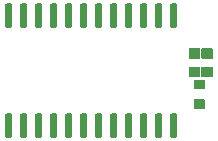
<source format=gbr>
%TF.GenerationSoftware,KiCad,Pcbnew,8.0.2*%
%TF.CreationDate,2024-08-28T15:29:28+05:30*%
%TF.ProjectId,CTF LED matrix,43544620-4c45-4442-906d-61747269782e,rev?*%
%TF.SameCoordinates,Original*%
%TF.FileFunction,Paste,Bot*%
%TF.FilePolarity,Positive*%
%FSLAX46Y46*%
G04 Gerber Fmt 4.6, Leading zero omitted, Abs format (unit mm)*
G04 Created by KiCad (PCBNEW 8.0.2) date 2024-08-28 15:29:28*
%MOMM*%
%LPD*%
G01*
G04 APERTURE LIST*
%ADD10C,0.000000*%
G04 APERTURE END LIST*
D10*
G36*
X138833180Y-82160000D02*
G01*
X138843190Y-82160980D01*
X138853120Y-82162620D01*
X138862910Y-82164910D01*
X138872540Y-82167830D01*
X138881950Y-82171370D01*
X138891110Y-82175520D01*
X138899980Y-82180260D01*
X138908520Y-82185570D01*
X138916700Y-82191430D01*
X138924470Y-82197810D01*
X138931810Y-82204690D01*
X138938690Y-82212030D01*
X138945070Y-82219800D01*
X138950930Y-82227980D01*
X138956240Y-82236520D01*
X138960980Y-82245390D01*
X138965130Y-82254550D01*
X138968670Y-82263960D01*
X138971590Y-82273590D01*
X138973880Y-82283380D01*
X138975510Y-82293310D01*
X138976500Y-82303320D01*
X138976830Y-82313370D01*
X138976830Y-84055970D01*
X138976500Y-84066020D01*
X138975510Y-84076030D01*
X138973880Y-84085960D01*
X138971590Y-84095750D01*
X138968670Y-84105380D01*
X138965130Y-84114790D01*
X138960980Y-84123950D01*
X138956240Y-84132820D01*
X138950930Y-84141360D01*
X138945070Y-84149540D01*
X138938690Y-84157310D01*
X138931810Y-84164650D01*
X138924470Y-84171530D01*
X138916700Y-84177910D01*
X138908520Y-84183770D01*
X138899980Y-84189080D01*
X138891110Y-84193820D01*
X138881950Y-84197970D01*
X138872540Y-84201510D01*
X138862910Y-84204430D01*
X138853120Y-84206720D01*
X138843190Y-84208360D01*
X138833180Y-84209340D01*
X138823130Y-84209670D01*
X138540530Y-84209670D01*
X138530480Y-84209340D01*
X138520470Y-84208360D01*
X138510540Y-84206720D01*
X138500750Y-84204430D01*
X138491120Y-84201510D01*
X138481710Y-84197970D01*
X138472550Y-84193820D01*
X138463680Y-84189080D01*
X138455140Y-84183770D01*
X138446960Y-84177910D01*
X138439190Y-84171530D01*
X138431850Y-84164650D01*
X138424970Y-84157310D01*
X138418590Y-84149540D01*
X138412730Y-84141360D01*
X138407420Y-84132820D01*
X138402680Y-84123950D01*
X138398530Y-84114790D01*
X138394990Y-84105380D01*
X138392070Y-84095750D01*
X138389780Y-84085960D01*
X138388150Y-84076030D01*
X138387160Y-84066020D01*
X138386830Y-84055970D01*
X138386830Y-82313370D01*
X138387160Y-82303320D01*
X138388150Y-82293310D01*
X138389780Y-82283380D01*
X138392070Y-82273590D01*
X138394990Y-82263960D01*
X138398530Y-82254550D01*
X138402680Y-82245390D01*
X138407420Y-82236520D01*
X138412730Y-82227980D01*
X138418590Y-82219800D01*
X138424970Y-82212030D01*
X138431850Y-82204690D01*
X138439190Y-82197810D01*
X138446960Y-82191430D01*
X138455140Y-82185570D01*
X138463680Y-82180260D01*
X138472550Y-82175520D01*
X138481710Y-82171370D01*
X138491120Y-82167830D01*
X138500750Y-82164910D01*
X138510540Y-82162620D01*
X138520470Y-82160980D01*
X138530480Y-82160000D01*
X138540530Y-82159670D01*
X138823130Y-82159670D01*
X138833180Y-82160000D01*
G37*
G36*
X143913180Y-82160010D02*
G01*
X143923190Y-82160990D01*
X143933120Y-82162630D01*
X143942910Y-82164920D01*
X143952540Y-82167840D01*
X143961950Y-82171380D01*
X143971110Y-82175530D01*
X143979980Y-82180270D01*
X143988520Y-82185580D01*
X143996700Y-82191440D01*
X144004470Y-82197820D01*
X144011810Y-82204700D01*
X144018690Y-82212040D01*
X144025070Y-82219810D01*
X144030930Y-82227990D01*
X144036240Y-82236530D01*
X144040980Y-82245400D01*
X144045130Y-82254560D01*
X144048670Y-82263970D01*
X144051590Y-82273600D01*
X144053880Y-82283390D01*
X144055510Y-82293320D01*
X144056500Y-82303330D01*
X144056830Y-82313380D01*
X144056830Y-84055980D01*
X144056500Y-84066030D01*
X144055510Y-84076040D01*
X144053880Y-84085970D01*
X144051590Y-84095760D01*
X144048670Y-84105390D01*
X144045130Y-84114800D01*
X144040980Y-84123960D01*
X144036240Y-84132830D01*
X144030930Y-84141370D01*
X144025070Y-84149550D01*
X144018690Y-84157320D01*
X144011810Y-84164660D01*
X144004470Y-84171540D01*
X143996700Y-84177920D01*
X143988520Y-84183780D01*
X143979980Y-84189090D01*
X143971110Y-84193830D01*
X143961950Y-84197980D01*
X143952540Y-84201520D01*
X143942910Y-84204440D01*
X143933120Y-84206730D01*
X143923190Y-84208370D01*
X143913180Y-84209350D01*
X143903130Y-84209680D01*
X143620530Y-84209680D01*
X143610480Y-84209350D01*
X143600470Y-84208370D01*
X143590540Y-84206730D01*
X143580750Y-84204440D01*
X143571120Y-84201520D01*
X143561710Y-84197980D01*
X143552550Y-84193830D01*
X143543680Y-84189090D01*
X143535140Y-84183780D01*
X143526960Y-84177920D01*
X143519190Y-84171540D01*
X143511850Y-84164660D01*
X143504970Y-84157320D01*
X143498590Y-84149550D01*
X143492730Y-84141370D01*
X143487420Y-84132830D01*
X143482680Y-84123960D01*
X143478530Y-84114800D01*
X143474990Y-84105390D01*
X143472070Y-84095760D01*
X143469780Y-84085970D01*
X143468150Y-84076040D01*
X143467160Y-84066030D01*
X143466830Y-84055980D01*
X143466830Y-82313380D01*
X143467160Y-82303330D01*
X143468150Y-82293320D01*
X143469780Y-82283390D01*
X143472070Y-82273600D01*
X143474990Y-82263970D01*
X143478530Y-82254560D01*
X143482680Y-82245400D01*
X143487420Y-82236530D01*
X143492730Y-82227990D01*
X143498590Y-82219810D01*
X143504970Y-82212040D01*
X143511850Y-82204700D01*
X143519190Y-82197820D01*
X143526960Y-82191440D01*
X143535140Y-82185580D01*
X143543680Y-82180270D01*
X143552550Y-82175530D01*
X143561710Y-82171380D01*
X143571120Y-82167840D01*
X143580750Y-82164920D01*
X143590540Y-82162630D01*
X143600470Y-82160990D01*
X143610480Y-82160010D01*
X143620530Y-82159680D01*
X143903130Y-82159680D01*
X143913180Y-82160010D01*
G37*
G36*
X155228090Y-90284330D02*
G01*
X155232720Y-90284790D01*
X155237320Y-90285550D01*
X155241860Y-90286610D01*
X155246320Y-90287960D01*
X155250680Y-90289600D01*
X155254920Y-90291520D01*
X155259030Y-90293720D01*
X155262990Y-90296180D01*
X155266770Y-90298890D01*
X155270380Y-90301850D01*
X155273780Y-90305030D01*
X155276960Y-90308430D01*
X155279920Y-90312040D01*
X155282630Y-90315820D01*
X155285090Y-90319780D01*
X155287290Y-90323890D01*
X155289210Y-90328130D01*
X155290850Y-90332490D01*
X155292200Y-90336950D01*
X155293260Y-90341490D01*
X155294020Y-90346090D01*
X155294480Y-90350720D01*
X155294630Y-90355380D01*
X155294630Y-91012980D01*
X155294480Y-91017640D01*
X155294020Y-91022270D01*
X155293260Y-91026870D01*
X155292200Y-91031410D01*
X155290850Y-91035870D01*
X155289210Y-91040230D01*
X155287290Y-91044470D01*
X155285090Y-91048580D01*
X155282630Y-91052540D01*
X155279920Y-91056320D01*
X155276960Y-91059930D01*
X155273780Y-91063330D01*
X155270380Y-91066510D01*
X155266770Y-91069470D01*
X155262990Y-91072180D01*
X155259030Y-91074640D01*
X155254920Y-91076840D01*
X155250680Y-91078760D01*
X155246320Y-91080400D01*
X155241860Y-91081750D01*
X155237320Y-91082810D01*
X155232720Y-91083570D01*
X155228090Y-91084030D01*
X155223430Y-91084180D01*
X154415830Y-91084180D01*
X154411170Y-91084030D01*
X154406540Y-91083570D01*
X154401940Y-91082810D01*
X154397400Y-91081750D01*
X154392940Y-91080400D01*
X154388580Y-91078760D01*
X154384340Y-91076840D01*
X154380230Y-91074640D01*
X154376270Y-91072180D01*
X154372490Y-91069470D01*
X154368880Y-91066510D01*
X154365480Y-91063330D01*
X154362300Y-91059930D01*
X154359340Y-91056320D01*
X154356630Y-91052540D01*
X154354170Y-91048580D01*
X154351970Y-91044470D01*
X154350050Y-91040230D01*
X154348410Y-91035870D01*
X154347060Y-91031410D01*
X154346000Y-91026870D01*
X154345240Y-91022270D01*
X154344780Y-91017640D01*
X154344630Y-91012980D01*
X154344630Y-90355380D01*
X154344780Y-90350720D01*
X154345240Y-90346090D01*
X154346000Y-90341490D01*
X154347060Y-90336950D01*
X154348410Y-90332490D01*
X154350050Y-90328130D01*
X154351970Y-90323890D01*
X154354170Y-90319780D01*
X154356630Y-90315820D01*
X154359340Y-90312040D01*
X154362300Y-90308430D01*
X154365480Y-90305030D01*
X154368880Y-90301850D01*
X154372490Y-90298890D01*
X154376270Y-90296180D01*
X154380230Y-90293720D01*
X154384340Y-90291520D01*
X154388580Y-90289600D01*
X154392940Y-90287960D01*
X154397400Y-90286610D01*
X154401940Y-90285550D01*
X154406540Y-90284790D01*
X154411170Y-90284330D01*
X154415830Y-90284180D01*
X155223430Y-90284180D01*
X155228090Y-90284330D01*
G37*
G36*
X148993190Y-82160010D02*
G01*
X149003200Y-82160990D01*
X149013130Y-82162630D01*
X149022920Y-82164920D01*
X149032550Y-82167840D01*
X149041960Y-82171380D01*
X149051120Y-82175530D01*
X149059990Y-82180270D01*
X149068530Y-82185580D01*
X149076710Y-82191440D01*
X149084480Y-82197820D01*
X149091820Y-82204700D01*
X149098700Y-82212040D01*
X149105080Y-82219810D01*
X149110940Y-82227990D01*
X149116250Y-82236530D01*
X149120990Y-82245400D01*
X149125140Y-82254560D01*
X149128680Y-82263970D01*
X149131600Y-82273600D01*
X149133890Y-82283390D01*
X149135520Y-82293320D01*
X149136510Y-82303330D01*
X149136840Y-82313380D01*
X149136840Y-84055980D01*
X149136510Y-84066030D01*
X149135520Y-84076040D01*
X149133890Y-84085970D01*
X149131600Y-84095760D01*
X149128680Y-84105390D01*
X149125140Y-84114800D01*
X149120990Y-84123960D01*
X149116250Y-84132830D01*
X149110940Y-84141370D01*
X149105080Y-84149550D01*
X149098700Y-84157320D01*
X149091820Y-84164660D01*
X149084480Y-84171540D01*
X149076710Y-84177920D01*
X149068530Y-84183780D01*
X149059990Y-84189090D01*
X149051120Y-84193830D01*
X149041960Y-84197980D01*
X149032550Y-84201520D01*
X149022920Y-84204440D01*
X149013130Y-84206730D01*
X149003200Y-84208370D01*
X148993190Y-84209350D01*
X148983140Y-84209680D01*
X148700540Y-84209680D01*
X148690490Y-84209350D01*
X148680480Y-84208370D01*
X148670550Y-84206730D01*
X148660760Y-84204440D01*
X148651130Y-84201520D01*
X148641720Y-84197980D01*
X148632560Y-84193830D01*
X148623690Y-84189090D01*
X148615150Y-84183780D01*
X148606970Y-84177920D01*
X148599200Y-84171540D01*
X148591860Y-84164660D01*
X148584980Y-84157320D01*
X148578600Y-84149550D01*
X148572740Y-84141370D01*
X148567430Y-84132830D01*
X148562690Y-84123960D01*
X148558540Y-84114800D01*
X148555000Y-84105390D01*
X148552080Y-84095760D01*
X148549790Y-84085970D01*
X148548160Y-84076040D01*
X148547170Y-84066030D01*
X148546840Y-84055980D01*
X148546840Y-82313380D01*
X148547170Y-82303330D01*
X148548160Y-82293320D01*
X148549790Y-82283390D01*
X148552080Y-82273600D01*
X148555000Y-82263970D01*
X148558540Y-82254560D01*
X148562690Y-82245400D01*
X148567430Y-82236530D01*
X148572740Y-82227990D01*
X148578600Y-82219810D01*
X148584980Y-82212040D01*
X148591860Y-82204700D01*
X148599200Y-82197820D01*
X148606970Y-82191440D01*
X148615150Y-82185580D01*
X148623690Y-82180270D01*
X148632560Y-82175530D01*
X148641720Y-82171380D01*
X148651130Y-82167840D01*
X148660760Y-82164920D01*
X148670550Y-82162630D01*
X148680480Y-82160990D01*
X148690490Y-82160010D01*
X148700540Y-82159680D01*
X148983140Y-82159680D01*
X148993190Y-82160010D01*
G37*
G36*
X145183180Y-82160010D02*
G01*
X145193190Y-82160990D01*
X145203120Y-82162630D01*
X145212910Y-82164920D01*
X145222540Y-82167840D01*
X145231950Y-82171380D01*
X145241110Y-82175530D01*
X145249980Y-82180270D01*
X145258520Y-82185580D01*
X145266700Y-82191440D01*
X145274470Y-82197820D01*
X145281810Y-82204700D01*
X145288690Y-82212040D01*
X145295070Y-82219810D01*
X145300930Y-82227990D01*
X145306240Y-82236530D01*
X145310980Y-82245400D01*
X145315130Y-82254560D01*
X145318670Y-82263970D01*
X145321590Y-82273600D01*
X145323880Y-82283390D01*
X145325510Y-82293320D01*
X145326500Y-82303330D01*
X145326830Y-82313380D01*
X145326830Y-84055980D01*
X145326500Y-84066030D01*
X145325510Y-84076040D01*
X145323880Y-84085970D01*
X145321590Y-84095760D01*
X145318670Y-84105390D01*
X145315130Y-84114800D01*
X145310980Y-84123960D01*
X145306240Y-84132830D01*
X145300930Y-84141370D01*
X145295070Y-84149550D01*
X145288690Y-84157320D01*
X145281810Y-84164660D01*
X145274470Y-84171540D01*
X145266700Y-84177920D01*
X145258520Y-84183780D01*
X145249980Y-84189090D01*
X145241110Y-84193830D01*
X145231950Y-84197980D01*
X145222540Y-84201520D01*
X145212910Y-84204440D01*
X145203120Y-84206730D01*
X145193190Y-84208370D01*
X145183180Y-84209350D01*
X145173130Y-84209680D01*
X144890530Y-84209680D01*
X144880480Y-84209350D01*
X144870470Y-84208370D01*
X144860540Y-84206730D01*
X144850750Y-84204440D01*
X144841120Y-84201520D01*
X144831710Y-84197980D01*
X144822550Y-84193830D01*
X144813680Y-84189090D01*
X144805140Y-84183780D01*
X144796960Y-84177920D01*
X144789190Y-84171540D01*
X144781850Y-84164660D01*
X144774970Y-84157320D01*
X144768590Y-84149550D01*
X144762730Y-84141370D01*
X144757420Y-84132830D01*
X144752680Y-84123960D01*
X144748530Y-84114800D01*
X144744990Y-84105390D01*
X144742070Y-84095760D01*
X144739780Y-84085970D01*
X144738150Y-84076040D01*
X144737160Y-84066030D01*
X144736830Y-84055980D01*
X144736830Y-82313380D01*
X144737160Y-82303330D01*
X144738150Y-82293320D01*
X144739780Y-82283390D01*
X144742070Y-82273600D01*
X144744990Y-82263970D01*
X144748530Y-82254560D01*
X144752680Y-82245400D01*
X144757420Y-82236530D01*
X144762730Y-82227990D01*
X144768590Y-82219810D01*
X144774970Y-82212040D01*
X144781850Y-82204700D01*
X144789190Y-82197820D01*
X144796960Y-82191440D01*
X144805140Y-82185580D01*
X144813680Y-82180270D01*
X144822550Y-82175530D01*
X144831710Y-82171380D01*
X144841120Y-82167840D01*
X144850750Y-82164920D01*
X144860540Y-82162630D01*
X144870470Y-82160990D01*
X144880480Y-82160010D01*
X144890530Y-82159680D01*
X145173130Y-82159680D01*
X145183180Y-82160010D01*
G37*
G36*
X142643170Y-91470010D02*
G01*
X142653180Y-91470990D01*
X142663110Y-91472630D01*
X142672900Y-91474920D01*
X142682530Y-91477840D01*
X142691940Y-91481380D01*
X142701100Y-91485530D01*
X142709970Y-91490270D01*
X142718510Y-91495580D01*
X142726690Y-91501440D01*
X142734460Y-91507820D01*
X142741800Y-91514700D01*
X142748680Y-91522040D01*
X142755060Y-91529810D01*
X142760920Y-91537990D01*
X142766230Y-91546530D01*
X142770970Y-91555400D01*
X142775120Y-91564560D01*
X142778660Y-91573970D01*
X142781580Y-91583600D01*
X142783870Y-91593390D01*
X142785500Y-91603320D01*
X142786490Y-91613330D01*
X142786820Y-91623380D01*
X142786820Y-93365980D01*
X142786490Y-93376030D01*
X142785500Y-93386040D01*
X142783870Y-93395970D01*
X142781580Y-93405760D01*
X142778660Y-93415390D01*
X142775120Y-93424800D01*
X142770970Y-93433960D01*
X142766230Y-93442830D01*
X142760920Y-93451370D01*
X142755060Y-93459550D01*
X142748680Y-93467320D01*
X142741800Y-93474660D01*
X142734460Y-93481540D01*
X142726690Y-93487920D01*
X142718510Y-93493780D01*
X142709970Y-93499090D01*
X142701100Y-93503830D01*
X142691940Y-93507980D01*
X142682530Y-93511520D01*
X142672900Y-93514440D01*
X142663110Y-93516730D01*
X142653180Y-93518370D01*
X142643170Y-93519350D01*
X142633120Y-93519680D01*
X142350520Y-93519680D01*
X142340470Y-93519350D01*
X142330460Y-93518370D01*
X142320530Y-93516730D01*
X142310740Y-93514440D01*
X142301110Y-93511520D01*
X142291700Y-93507980D01*
X142282540Y-93503830D01*
X142273670Y-93499090D01*
X142265130Y-93493780D01*
X142256950Y-93487920D01*
X142249180Y-93481540D01*
X142241840Y-93474660D01*
X142234960Y-93467320D01*
X142228580Y-93459550D01*
X142222720Y-93451370D01*
X142217410Y-93442830D01*
X142212670Y-93433960D01*
X142208520Y-93424800D01*
X142204980Y-93415390D01*
X142202060Y-93405760D01*
X142199770Y-93395970D01*
X142198140Y-93386040D01*
X142197150Y-93376030D01*
X142196820Y-93365980D01*
X142196820Y-91623380D01*
X142197150Y-91613330D01*
X142198140Y-91603320D01*
X142199770Y-91593390D01*
X142202060Y-91583600D01*
X142204980Y-91573970D01*
X142208520Y-91564560D01*
X142212670Y-91555400D01*
X142217410Y-91546530D01*
X142222720Y-91537990D01*
X142228580Y-91529810D01*
X142234960Y-91522040D01*
X142241840Y-91514700D01*
X142249180Y-91507820D01*
X142256950Y-91501440D01*
X142265130Y-91495580D01*
X142273670Y-91490270D01*
X142282540Y-91485530D01*
X142291700Y-91481380D01*
X142301110Y-91477840D01*
X142310740Y-91474920D01*
X142320530Y-91472630D01*
X142330460Y-91470990D01*
X142340470Y-91470010D01*
X142350520Y-91469680D01*
X142633120Y-91469680D01*
X142643170Y-91470010D01*
G37*
G36*
X155228090Y-88634330D02*
G01*
X155232720Y-88634790D01*
X155237320Y-88635550D01*
X155241860Y-88636610D01*
X155246320Y-88637960D01*
X155250680Y-88639600D01*
X155254920Y-88641520D01*
X155259030Y-88643720D01*
X155262990Y-88646180D01*
X155266770Y-88648890D01*
X155270380Y-88651850D01*
X155273780Y-88655030D01*
X155276960Y-88658430D01*
X155279920Y-88662040D01*
X155282630Y-88665820D01*
X155285090Y-88669780D01*
X155287290Y-88673890D01*
X155289210Y-88678130D01*
X155290850Y-88682490D01*
X155292200Y-88686950D01*
X155293260Y-88691490D01*
X155294020Y-88696090D01*
X155294480Y-88700720D01*
X155294630Y-88705380D01*
X155294630Y-89362980D01*
X155294480Y-89367640D01*
X155294020Y-89372270D01*
X155293260Y-89376870D01*
X155292200Y-89381410D01*
X155290850Y-89385870D01*
X155289210Y-89390230D01*
X155287290Y-89394470D01*
X155285090Y-89398580D01*
X155282630Y-89402540D01*
X155279920Y-89406320D01*
X155276960Y-89409930D01*
X155273780Y-89413330D01*
X155270380Y-89416510D01*
X155266770Y-89419470D01*
X155262990Y-89422180D01*
X155259030Y-89424640D01*
X155254920Y-89426840D01*
X155250680Y-89428760D01*
X155246320Y-89430400D01*
X155241860Y-89431750D01*
X155237320Y-89432810D01*
X155232720Y-89433570D01*
X155228090Y-89434030D01*
X155223430Y-89434180D01*
X154415830Y-89434180D01*
X154411170Y-89434030D01*
X154406540Y-89433570D01*
X154401940Y-89432810D01*
X154397400Y-89431750D01*
X154392940Y-89430400D01*
X154388580Y-89428760D01*
X154384340Y-89426840D01*
X154380230Y-89424640D01*
X154376270Y-89422180D01*
X154372490Y-89419470D01*
X154368880Y-89416510D01*
X154365480Y-89413330D01*
X154362300Y-89409930D01*
X154359340Y-89406320D01*
X154356630Y-89402540D01*
X154354170Y-89398580D01*
X154351970Y-89394470D01*
X154350050Y-89390230D01*
X154348410Y-89385870D01*
X154347060Y-89381410D01*
X154346000Y-89376870D01*
X154345240Y-89372270D01*
X154344780Y-89367640D01*
X154344630Y-89362980D01*
X154344630Y-88705380D01*
X154344780Y-88700720D01*
X154345240Y-88696090D01*
X154346000Y-88691490D01*
X154347060Y-88686950D01*
X154348410Y-88682490D01*
X154350050Y-88678130D01*
X154351970Y-88673890D01*
X154354170Y-88669780D01*
X154356630Y-88665820D01*
X154359340Y-88662040D01*
X154362300Y-88658430D01*
X154365480Y-88655030D01*
X154368880Y-88651850D01*
X154372490Y-88648890D01*
X154376270Y-88646180D01*
X154380230Y-88643720D01*
X154384340Y-88641520D01*
X154388580Y-88639600D01*
X154392940Y-88637960D01*
X154397400Y-88636610D01*
X154401940Y-88635550D01*
X154406540Y-88634790D01*
X154411170Y-88634330D01*
X154415830Y-88634180D01*
X155223430Y-88634180D01*
X155228090Y-88634330D01*
G37*
G36*
X155889090Y-87502730D02*
G01*
X155893720Y-87503190D01*
X155898320Y-87503950D01*
X155902860Y-87505010D01*
X155907320Y-87506360D01*
X155911680Y-87508000D01*
X155915920Y-87509920D01*
X155920030Y-87512120D01*
X155923990Y-87514580D01*
X155927770Y-87517290D01*
X155931380Y-87520250D01*
X155934780Y-87523430D01*
X155937960Y-87526830D01*
X155940920Y-87530440D01*
X155943630Y-87534220D01*
X155946090Y-87538180D01*
X155948290Y-87542290D01*
X155950210Y-87546530D01*
X155951850Y-87550890D01*
X155953200Y-87555350D01*
X155954260Y-87559890D01*
X155955020Y-87564490D01*
X155955480Y-87569120D01*
X155955630Y-87573780D01*
X155955630Y-88331380D01*
X155955480Y-88336040D01*
X155955020Y-88340670D01*
X155954260Y-88345270D01*
X155953200Y-88349810D01*
X155951850Y-88354270D01*
X155950210Y-88358630D01*
X155948290Y-88362870D01*
X155946090Y-88366980D01*
X155943630Y-88370940D01*
X155940920Y-88374720D01*
X155937960Y-88378330D01*
X155934780Y-88381730D01*
X155931380Y-88384910D01*
X155927770Y-88387870D01*
X155923990Y-88390580D01*
X155920030Y-88393040D01*
X155915920Y-88395240D01*
X155911680Y-88397160D01*
X155907320Y-88398800D01*
X155902860Y-88400150D01*
X155898320Y-88401210D01*
X155893720Y-88401970D01*
X155889090Y-88402430D01*
X155884430Y-88402580D01*
X155076830Y-88402580D01*
X155072170Y-88402430D01*
X155067540Y-88401970D01*
X155062940Y-88401210D01*
X155058400Y-88400150D01*
X155053940Y-88398800D01*
X155049580Y-88397160D01*
X155045340Y-88395240D01*
X155041230Y-88393040D01*
X155037270Y-88390580D01*
X155033490Y-88387870D01*
X155029880Y-88384910D01*
X155026480Y-88381730D01*
X155023300Y-88378330D01*
X155020340Y-88374720D01*
X155017630Y-88370940D01*
X155015170Y-88366980D01*
X155012970Y-88362870D01*
X155011050Y-88358630D01*
X155009410Y-88354270D01*
X155008060Y-88349810D01*
X155007000Y-88345270D01*
X155006240Y-88340670D01*
X155005780Y-88336040D01*
X155005630Y-88331380D01*
X155005630Y-87573780D01*
X155005780Y-87569120D01*
X155006240Y-87564490D01*
X155007000Y-87559890D01*
X155008060Y-87555350D01*
X155009410Y-87550890D01*
X155011050Y-87546530D01*
X155012970Y-87542290D01*
X155015170Y-87538180D01*
X155017630Y-87534220D01*
X155020340Y-87530440D01*
X155023300Y-87526830D01*
X155026480Y-87523430D01*
X155029880Y-87520250D01*
X155033490Y-87517290D01*
X155037270Y-87514580D01*
X155041230Y-87512120D01*
X155045340Y-87509920D01*
X155049580Y-87508000D01*
X155053940Y-87506360D01*
X155058400Y-87505010D01*
X155062940Y-87503950D01*
X155067540Y-87503190D01*
X155072170Y-87502730D01*
X155076830Y-87502580D01*
X155884430Y-87502580D01*
X155889090Y-87502730D01*
G37*
G36*
X155889090Y-85952730D02*
G01*
X155893720Y-85953190D01*
X155898320Y-85953950D01*
X155902860Y-85955010D01*
X155907320Y-85956360D01*
X155911680Y-85958000D01*
X155915920Y-85959920D01*
X155920030Y-85962120D01*
X155923990Y-85964580D01*
X155927770Y-85967290D01*
X155931380Y-85970250D01*
X155934780Y-85973430D01*
X155937960Y-85976830D01*
X155940920Y-85980440D01*
X155943630Y-85984220D01*
X155946090Y-85988180D01*
X155948290Y-85992290D01*
X155950210Y-85996530D01*
X155951850Y-86000890D01*
X155953200Y-86005350D01*
X155954260Y-86009890D01*
X155955020Y-86014490D01*
X155955480Y-86019120D01*
X155955630Y-86023780D01*
X155955630Y-86781380D01*
X155955480Y-86786040D01*
X155955020Y-86790670D01*
X155954260Y-86795270D01*
X155953200Y-86799810D01*
X155951850Y-86804270D01*
X155950210Y-86808630D01*
X155948290Y-86812870D01*
X155946090Y-86816980D01*
X155943630Y-86820940D01*
X155940920Y-86824720D01*
X155937960Y-86828330D01*
X155934780Y-86831730D01*
X155931380Y-86834910D01*
X155927770Y-86837870D01*
X155923990Y-86840580D01*
X155920030Y-86843040D01*
X155915920Y-86845240D01*
X155911680Y-86847160D01*
X155907320Y-86848800D01*
X155902860Y-86850150D01*
X155898320Y-86851210D01*
X155893720Y-86851970D01*
X155889090Y-86852430D01*
X155884430Y-86852580D01*
X155076830Y-86852580D01*
X155072170Y-86852430D01*
X155067540Y-86851970D01*
X155062940Y-86851210D01*
X155058400Y-86850150D01*
X155053940Y-86848800D01*
X155049580Y-86847160D01*
X155045340Y-86845240D01*
X155041230Y-86843040D01*
X155037270Y-86840580D01*
X155033490Y-86837870D01*
X155029880Y-86834910D01*
X155026480Y-86831730D01*
X155023300Y-86828330D01*
X155020340Y-86824720D01*
X155017630Y-86820940D01*
X155015170Y-86816980D01*
X155012970Y-86812870D01*
X155011050Y-86808630D01*
X155009410Y-86804270D01*
X155008060Y-86799810D01*
X155007000Y-86795270D01*
X155006240Y-86790670D01*
X155005780Y-86786040D01*
X155005630Y-86781380D01*
X155005630Y-86023780D01*
X155005780Y-86019120D01*
X155006240Y-86014490D01*
X155007000Y-86009890D01*
X155008060Y-86005350D01*
X155009410Y-86000890D01*
X155011050Y-85996530D01*
X155012970Y-85992290D01*
X155015170Y-85988180D01*
X155017630Y-85984220D01*
X155020340Y-85980440D01*
X155023300Y-85976830D01*
X155026480Y-85973430D01*
X155029880Y-85970250D01*
X155033490Y-85967290D01*
X155037270Y-85964580D01*
X155041230Y-85962120D01*
X155045340Y-85959920D01*
X155049580Y-85958000D01*
X155053940Y-85956360D01*
X155058400Y-85955010D01*
X155062940Y-85953950D01*
X155067540Y-85953190D01*
X155072170Y-85952730D01*
X155076830Y-85952580D01*
X155884430Y-85952580D01*
X155889090Y-85952730D01*
G37*
G36*
X152803190Y-82160020D02*
G01*
X152813200Y-82161000D01*
X152823130Y-82162640D01*
X152832920Y-82164930D01*
X152842550Y-82167850D01*
X152851960Y-82171390D01*
X152861120Y-82175540D01*
X152869990Y-82180280D01*
X152878530Y-82185590D01*
X152886710Y-82191450D01*
X152894480Y-82197830D01*
X152901820Y-82204710D01*
X152908700Y-82212050D01*
X152915080Y-82219820D01*
X152920940Y-82228000D01*
X152926250Y-82236540D01*
X152930990Y-82245410D01*
X152935140Y-82254570D01*
X152938680Y-82263980D01*
X152941600Y-82273610D01*
X152943890Y-82283400D01*
X152945520Y-82293330D01*
X152946510Y-82303340D01*
X152946840Y-82313390D01*
X152946840Y-84055990D01*
X152946510Y-84066040D01*
X152945520Y-84076050D01*
X152943890Y-84085980D01*
X152941600Y-84095770D01*
X152938680Y-84105400D01*
X152935140Y-84114810D01*
X152930990Y-84123970D01*
X152926250Y-84132840D01*
X152920940Y-84141380D01*
X152915080Y-84149560D01*
X152908700Y-84157330D01*
X152901820Y-84164670D01*
X152894480Y-84171550D01*
X152886710Y-84177930D01*
X152878530Y-84183790D01*
X152869990Y-84189100D01*
X152861120Y-84193840D01*
X152851960Y-84197990D01*
X152842550Y-84201530D01*
X152832920Y-84204450D01*
X152823130Y-84206740D01*
X152813200Y-84208380D01*
X152803190Y-84209360D01*
X152793140Y-84209690D01*
X152510540Y-84209690D01*
X152500490Y-84209360D01*
X152490480Y-84208380D01*
X152480550Y-84206740D01*
X152470760Y-84204450D01*
X152461130Y-84201530D01*
X152451720Y-84197990D01*
X152442560Y-84193840D01*
X152433690Y-84189100D01*
X152425150Y-84183790D01*
X152416970Y-84177930D01*
X152409200Y-84171550D01*
X152401860Y-84164670D01*
X152394980Y-84157330D01*
X152388600Y-84149560D01*
X152382740Y-84141380D01*
X152377430Y-84132840D01*
X152372690Y-84123970D01*
X152368540Y-84114810D01*
X152365000Y-84105400D01*
X152362080Y-84095770D01*
X152359790Y-84085980D01*
X152358160Y-84076050D01*
X152357170Y-84066040D01*
X152356840Y-84055990D01*
X152356840Y-82313390D01*
X152357170Y-82303340D01*
X152358160Y-82293330D01*
X152359790Y-82283400D01*
X152362080Y-82273610D01*
X152365000Y-82263980D01*
X152368540Y-82254570D01*
X152372690Y-82245410D01*
X152377430Y-82236540D01*
X152382740Y-82228000D01*
X152388600Y-82219820D01*
X152394980Y-82212050D01*
X152401860Y-82204710D01*
X152409200Y-82197830D01*
X152416970Y-82191450D01*
X152425150Y-82185590D01*
X152433690Y-82180280D01*
X152442560Y-82175540D01*
X152451720Y-82171390D01*
X152461130Y-82167850D01*
X152470760Y-82164930D01*
X152480550Y-82162640D01*
X152490480Y-82161000D01*
X152500490Y-82160020D01*
X152510540Y-82159690D01*
X152793140Y-82159690D01*
X152803190Y-82160020D01*
G37*
G36*
X146453180Y-82160010D02*
G01*
X146463190Y-82160990D01*
X146473120Y-82162630D01*
X146482910Y-82164920D01*
X146492540Y-82167840D01*
X146501950Y-82171380D01*
X146511110Y-82175530D01*
X146519980Y-82180270D01*
X146528520Y-82185580D01*
X146536700Y-82191440D01*
X146544470Y-82197820D01*
X146551810Y-82204700D01*
X146558690Y-82212040D01*
X146565070Y-82219810D01*
X146570930Y-82227990D01*
X146576240Y-82236530D01*
X146580980Y-82245400D01*
X146585130Y-82254560D01*
X146588670Y-82263970D01*
X146591590Y-82273600D01*
X146593880Y-82283390D01*
X146595510Y-82293320D01*
X146596500Y-82303330D01*
X146596830Y-82313380D01*
X146596830Y-84055980D01*
X146596500Y-84066030D01*
X146595510Y-84076040D01*
X146593880Y-84085970D01*
X146591590Y-84095760D01*
X146588670Y-84105390D01*
X146585130Y-84114800D01*
X146580980Y-84123960D01*
X146576240Y-84132830D01*
X146570930Y-84141370D01*
X146565070Y-84149550D01*
X146558690Y-84157320D01*
X146551810Y-84164660D01*
X146544470Y-84171540D01*
X146536700Y-84177920D01*
X146528520Y-84183780D01*
X146519980Y-84189090D01*
X146511110Y-84193830D01*
X146501950Y-84197980D01*
X146492540Y-84201520D01*
X146482910Y-84204440D01*
X146473120Y-84206730D01*
X146463190Y-84208370D01*
X146453180Y-84209350D01*
X146443130Y-84209680D01*
X146160530Y-84209680D01*
X146150480Y-84209350D01*
X146140470Y-84208370D01*
X146130540Y-84206730D01*
X146120750Y-84204440D01*
X146111120Y-84201520D01*
X146101710Y-84197980D01*
X146092550Y-84193830D01*
X146083680Y-84189090D01*
X146075140Y-84183780D01*
X146066960Y-84177920D01*
X146059190Y-84171540D01*
X146051850Y-84164660D01*
X146044970Y-84157320D01*
X146038590Y-84149550D01*
X146032730Y-84141370D01*
X146027420Y-84132830D01*
X146022680Y-84123960D01*
X146018530Y-84114800D01*
X146014990Y-84105390D01*
X146012070Y-84095760D01*
X146009780Y-84085970D01*
X146008150Y-84076040D01*
X146007160Y-84066030D01*
X146006830Y-84055980D01*
X146006830Y-82313380D01*
X146007160Y-82303330D01*
X146008150Y-82293320D01*
X146009780Y-82283390D01*
X146012070Y-82273600D01*
X146014990Y-82263970D01*
X146018530Y-82254560D01*
X146022680Y-82245400D01*
X146027420Y-82236530D01*
X146032730Y-82227990D01*
X146038590Y-82219810D01*
X146044970Y-82212040D01*
X146051850Y-82204700D01*
X146059190Y-82197820D01*
X146066960Y-82191440D01*
X146075140Y-82185580D01*
X146083680Y-82180270D01*
X146092550Y-82175530D01*
X146101710Y-82171380D01*
X146111120Y-82167840D01*
X146120750Y-82164920D01*
X146130540Y-82162630D01*
X146140470Y-82160990D01*
X146150480Y-82160010D01*
X146160530Y-82159680D01*
X146443130Y-82159680D01*
X146453180Y-82160010D01*
G37*
G36*
X154803290Y-85950430D02*
G01*
X154807920Y-85950890D01*
X154812520Y-85951650D01*
X154817060Y-85952710D01*
X154821520Y-85954060D01*
X154825880Y-85955700D01*
X154830120Y-85957620D01*
X154834230Y-85959820D01*
X154838190Y-85962280D01*
X154841970Y-85964990D01*
X154845580Y-85967950D01*
X154848980Y-85971130D01*
X154852160Y-85974530D01*
X154855120Y-85978140D01*
X154857830Y-85981920D01*
X154860290Y-85985880D01*
X154862490Y-85989990D01*
X154864410Y-85994230D01*
X154866050Y-85998590D01*
X154867400Y-86003050D01*
X154868460Y-86007590D01*
X154869220Y-86012190D01*
X154869680Y-86016820D01*
X154869830Y-86021480D01*
X154869830Y-86779080D01*
X154869680Y-86783740D01*
X154869220Y-86788370D01*
X154868460Y-86792970D01*
X154867400Y-86797510D01*
X154866050Y-86801970D01*
X154864410Y-86806330D01*
X154862490Y-86810570D01*
X154860290Y-86814680D01*
X154857830Y-86818640D01*
X154855120Y-86822420D01*
X154852160Y-86826030D01*
X154848980Y-86829430D01*
X154845580Y-86832610D01*
X154841970Y-86835570D01*
X154838190Y-86838280D01*
X154834230Y-86840740D01*
X154830120Y-86842940D01*
X154825880Y-86844860D01*
X154821520Y-86846500D01*
X154817060Y-86847850D01*
X154812520Y-86848910D01*
X154807920Y-86849670D01*
X154803290Y-86850130D01*
X154798630Y-86850280D01*
X153991030Y-86850280D01*
X153986370Y-86850130D01*
X153981740Y-86849670D01*
X153977140Y-86848910D01*
X153972600Y-86847850D01*
X153968140Y-86846500D01*
X153963780Y-86844860D01*
X153959540Y-86842940D01*
X153955430Y-86840740D01*
X153951470Y-86838280D01*
X153947690Y-86835570D01*
X153944080Y-86832610D01*
X153940680Y-86829430D01*
X153937500Y-86826030D01*
X153934540Y-86822420D01*
X153931830Y-86818640D01*
X153929370Y-86814680D01*
X153927170Y-86810570D01*
X153925250Y-86806330D01*
X153923610Y-86801970D01*
X153922260Y-86797510D01*
X153921200Y-86792970D01*
X153920440Y-86788370D01*
X153919980Y-86783740D01*
X153919830Y-86779080D01*
X153919830Y-86021480D01*
X153919980Y-86016820D01*
X153920440Y-86012190D01*
X153921200Y-86007590D01*
X153922260Y-86003050D01*
X153923610Y-85998590D01*
X153925250Y-85994230D01*
X153927170Y-85989990D01*
X153929370Y-85985880D01*
X153931830Y-85981920D01*
X153934540Y-85978140D01*
X153937500Y-85974530D01*
X153940680Y-85971130D01*
X153944080Y-85967950D01*
X153947690Y-85964990D01*
X153951470Y-85962280D01*
X153955430Y-85959820D01*
X153959540Y-85957620D01*
X153963780Y-85955700D01*
X153968140Y-85954060D01*
X153972600Y-85952710D01*
X153977140Y-85951650D01*
X153981740Y-85950890D01*
X153986370Y-85950430D01*
X153991030Y-85950280D01*
X154798630Y-85950280D01*
X154803290Y-85950430D01*
G37*
G36*
X147723190Y-82160010D02*
G01*
X147733200Y-82160990D01*
X147743130Y-82162630D01*
X147752920Y-82164920D01*
X147762550Y-82167840D01*
X147771960Y-82171380D01*
X147781120Y-82175530D01*
X147789990Y-82180270D01*
X147798530Y-82185580D01*
X147806710Y-82191440D01*
X147814480Y-82197820D01*
X147821820Y-82204700D01*
X147828700Y-82212040D01*
X147835080Y-82219810D01*
X147840940Y-82227990D01*
X147846250Y-82236530D01*
X147850990Y-82245400D01*
X147855140Y-82254560D01*
X147858680Y-82263970D01*
X147861600Y-82273600D01*
X147863890Y-82283390D01*
X147865520Y-82293320D01*
X147866510Y-82303330D01*
X147866840Y-82313380D01*
X147866840Y-84055980D01*
X147866510Y-84066030D01*
X147865520Y-84076040D01*
X147863890Y-84085970D01*
X147861600Y-84095760D01*
X147858680Y-84105390D01*
X147855140Y-84114800D01*
X147850990Y-84123960D01*
X147846250Y-84132830D01*
X147840940Y-84141370D01*
X147835080Y-84149550D01*
X147828700Y-84157320D01*
X147821820Y-84164660D01*
X147814480Y-84171540D01*
X147806710Y-84177920D01*
X147798530Y-84183780D01*
X147789990Y-84189090D01*
X147781120Y-84193830D01*
X147771960Y-84197980D01*
X147762550Y-84201520D01*
X147752920Y-84204440D01*
X147743130Y-84206730D01*
X147733200Y-84208370D01*
X147723190Y-84209350D01*
X147713140Y-84209680D01*
X147430540Y-84209680D01*
X147420490Y-84209350D01*
X147410480Y-84208370D01*
X147400550Y-84206730D01*
X147390760Y-84204440D01*
X147381130Y-84201520D01*
X147371720Y-84197980D01*
X147362560Y-84193830D01*
X147353690Y-84189090D01*
X147345150Y-84183780D01*
X147336970Y-84177920D01*
X147329200Y-84171540D01*
X147321860Y-84164660D01*
X147314980Y-84157320D01*
X147308600Y-84149550D01*
X147302740Y-84141370D01*
X147297430Y-84132830D01*
X147292690Y-84123960D01*
X147288540Y-84114800D01*
X147285000Y-84105390D01*
X147282080Y-84095760D01*
X147279790Y-84085970D01*
X147278160Y-84076040D01*
X147277170Y-84066030D01*
X147276840Y-84055980D01*
X147276840Y-82313380D01*
X147277170Y-82303330D01*
X147278160Y-82293320D01*
X147279790Y-82283390D01*
X147282080Y-82273600D01*
X147285000Y-82263970D01*
X147288540Y-82254560D01*
X147292690Y-82245400D01*
X147297430Y-82236530D01*
X147302740Y-82227990D01*
X147308600Y-82219810D01*
X147314980Y-82212040D01*
X147321860Y-82204700D01*
X147329200Y-82197820D01*
X147336970Y-82191440D01*
X147345150Y-82185580D01*
X147353690Y-82180270D01*
X147362560Y-82175530D01*
X147371720Y-82171380D01*
X147381130Y-82167840D01*
X147390760Y-82164920D01*
X147400550Y-82162630D01*
X147410480Y-82160990D01*
X147420490Y-82160010D01*
X147430540Y-82159680D01*
X147713140Y-82159680D01*
X147723190Y-82160010D01*
G37*
G36*
X143913170Y-91470010D02*
G01*
X143923180Y-91470990D01*
X143933110Y-91472630D01*
X143942900Y-91474920D01*
X143952530Y-91477840D01*
X143961940Y-91481380D01*
X143971100Y-91485530D01*
X143979970Y-91490270D01*
X143988510Y-91495580D01*
X143996690Y-91501440D01*
X144004460Y-91507820D01*
X144011800Y-91514700D01*
X144018680Y-91522040D01*
X144025060Y-91529810D01*
X144030920Y-91537990D01*
X144036230Y-91546530D01*
X144040970Y-91555400D01*
X144045120Y-91564560D01*
X144048660Y-91573970D01*
X144051580Y-91583600D01*
X144053870Y-91593390D01*
X144055500Y-91603320D01*
X144056490Y-91613330D01*
X144056820Y-91623380D01*
X144056820Y-93365980D01*
X144056490Y-93376030D01*
X144055500Y-93386040D01*
X144053870Y-93395970D01*
X144051580Y-93405760D01*
X144048660Y-93415390D01*
X144045120Y-93424800D01*
X144040970Y-93433960D01*
X144036230Y-93442830D01*
X144030920Y-93451370D01*
X144025060Y-93459550D01*
X144018680Y-93467320D01*
X144011800Y-93474660D01*
X144004460Y-93481540D01*
X143996690Y-93487920D01*
X143988510Y-93493780D01*
X143979970Y-93499090D01*
X143971100Y-93503830D01*
X143961940Y-93507980D01*
X143952530Y-93511520D01*
X143942900Y-93514440D01*
X143933110Y-93516730D01*
X143923180Y-93518370D01*
X143913170Y-93519350D01*
X143903120Y-93519680D01*
X143620520Y-93519680D01*
X143610470Y-93519350D01*
X143600460Y-93518370D01*
X143590530Y-93516730D01*
X143580740Y-93514440D01*
X143571110Y-93511520D01*
X143561700Y-93507980D01*
X143552540Y-93503830D01*
X143543670Y-93499090D01*
X143535130Y-93493780D01*
X143526950Y-93487920D01*
X143519180Y-93481540D01*
X143511840Y-93474660D01*
X143504960Y-93467320D01*
X143498580Y-93459550D01*
X143492720Y-93451370D01*
X143487410Y-93442830D01*
X143482670Y-93433960D01*
X143478520Y-93424800D01*
X143474980Y-93415390D01*
X143472060Y-93405760D01*
X143469770Y-93395970D01*
X143468140Y-93386040D01*
X143467150Y-93376030D01*
X143466820Y-93365980D01*
X143466820Y-91623380D01*
X143467150Y-91613330D01*
X143468140Y-91603320D01*
X143469770Y-91593390D01*
X143472060Y-91583600D01*
X143474980Y-91573970D01*
X143478520Y-91564560D01*
X143482670Y-91555400D01*
X143487410Y-91546530D01*
X143492720Y-91537990D01*
X143498580Y-91529810D01*
X143504960Y-91522040D01*
X143511840Y-91514700D01*
X143519180Y-91507820D01*
X143526950Y-91501440D01*
X143535130Y-91495580D01*
X143543670Y-91490270D01*
X143552540Y-91485530D01*
X143561700Y-91481380D01*
X143571110Y-91477840D01*
X143580740Y-91474920D01*
X143590530Y-91472630D01*
X143600460Y-91470990D01*
X143610470Y-91470010D01*
X143620520Y-91469680D01*
X143903120Y-91469680D01*
X143913170Y-91470010D01*
G37*
G36*
X140103170Y-91470000D02*
G01*
X140113180Y-91470980D01*
X140123110Y-91472620D01*
X140132900Y-91474910D01*
X140142530Y-91477830D01*
X140151940Y-91481370D01*
X140161100Y-91485520D01*
X140169970Y-91490260D01*
X140178510Y-91495570D01*
X140186690Y-91501430D01*
X140194460Y-91507810D01*
X140201800Y-91514690D01*
X140208680Y-91522030D01*
X140215060Y-91529800D01*
X140220920Y-91537980D01*
X140226230Y-91546520D01*
X140230970Y-91555390D01*
X140235120Y-91564550D01*
X140238660Y-91573960D01*
X140241580Y-91583590D01*
X140243870Y-91593380D01*
X140245500Y-91603310D01*
X140246490Y-91613320D01*
X140246820Y-91623370D01*
X140246820Y-93365970D01*
X140246490Y-93376020D01*
X140245500Y-93386030D01*
X140243870Y-93395960D01*
X140241580Y-93405750D01*
X140238660Y-93415380D01*
X140235120Y-93424790D01*
X140230970Y-93433950D01*
X140226230Y-93442820D01*
X140220920Y-93451360D01*
X140215060Y-93459540D01*
X140208680Y-93467310D01*
X140201800Y-93474650D01*
X140194460Y-93481530D01*
X140186690Y-93487910D01*
X140178510Y-93493770D01*
X140169970Y-93499080D01*
X140161100Y-93503820D01*
X140151940Y-93507970D01*
X140142530Y-93511510D01*
X140132900Y-93514430D01*
X140123110Y-93516720D01*
X140113180Y-93518360D01*
X140103170Y-93519340D01*
X140093120Y-93519670D01*
X139810520Y-93519670D01*
X139800470Y-93519340D01*
X139790460Y-93518360D01*
X139780530Y-93516720D01*
X139770740Y-93514430D01*
X139761110Y-93511510D01*
X139751700Y-93507970D01*
X139742540Y-93503820D01*
X139733670Y-93499080D01*
X139725130Y-93493770D01*
X139716950Y-93487910D01*
X139709180Y-93481530D01*
X139701840Y-93474650D01*
X139694960Y-93467310D01*
X139688580Y-93459540D01*
X139682720Y-93451360D01*
X139677410Y-93442820D01*
X139672670Y-93433950D01*
X139668520Y-93424790D01*
X139664980Y-93415380D01*
X139662060Y-93405750D01*
X139659770Y-93395960D01*
X139658140Y-93386030D01*
X139657150Y-93376020D01*
X139656820Y-93365970D01*
X139656820Y-91623370D01*
X139657150Y-91613320D01*
X139658140Y-91603310D01*
X139659770Y-91593380D01*
X139662060Y-91583590D01*
X139664980Y-91573960D01*
X139668520Y-91564550D01*
X139672670Y-91555390D01*
X139677410Y-91546520D01*
X139682720Y-91537980D01*
X139688580Y-91529800D01*
X139694960Y-91522030D01*
X139701840Y-91514690D01*
X139709180Y-91507810D01*
X139716950Y-91501430D01*
X139725130Y-91495570D01*
X139733670Y-91490260D01*
X139742540Y-91485520D01*
X139751700Y-91481370D01*
X139761110Y-91477830D01*
X139770740Y-91474910D01*
X139780530Y-91472620D01*
X139790460Y-91470980D01*
X139800470Y-91470000D01*
X139810520Y-91469670D01*
X140093120Y-91469670D01*
X140103170Y-91470000D01*
G37*
G36*
X147723180Y-91470010D02*
G01*
X147733190Y-91470990D01*
X147743120Y-91472630D01*
X147752910Y-91474920D01*
X147762540Y-91477840D01*
X147771950Y-91481380D01*
X147781110Y-91485530D01*
X147789980Y-91490270D01*
X147798520Y-91495580D01*
X147806700Y-91501440D01*
X147814470Y-91507820D01*
X147821810Y-91514700D01*
X147828690Y-91522040D01*
X147835070Y-91529810D01*
X147840930Y-91537990D01*
X147846240Y-91546530D01*
X147850980Y-91555400D01*
X147855130Y-91564560D01*
X147858670Y-91573970D01*
X147861590Y-91583600D01*
X147863880Y-91593390D01*
X147865510Y-91603320D01*
X147866500Y-91613330D01*
X147866830Y-91623380D01*
X147866830Y-93365980D01*
X147866500Y-93376030D01*
X147865510Y-93386040D01*
X147863880Y-93395970D01*
X147861590Y-93405760D01*
X147858670Y-93415390D01*
X147855130Y-93424800D01*
X147850980Y-93433960D01*
X147846240Y-93442830D01*
X147840930Y-93451370D01*
X147835070Y-93459550D01*
X147828690Y-93467320D01*
X147821810Y-93474660D01*
X147814470Y-93481540D01*
X147806700Y-93487920D01*
X147798520Y-93493780D01*
X147789980Y-93499090D01*
X147781110Y-93503830D01*
X147771950Y-93507980D01*
X147762540Y-93511520D01*
X147752910Y-93514440D01*
X147743120Y-93516730D01*
X147733190Y-93518370D01*
X147723180Y-93519350D01*
X147713130Y-93519680D01*
X147430530Y-93519680D01*
X147420480Y-93519350D01*
X147410470Y-93518370D01*
X147400540Y-93516730D01*
X147390750Y-93514440D01*
X147381120Y-93511520D01*
X147371710Y-93507980D01*
X147362550Y-93503830D01*
X147353680Y-93499090D01*
X147345140Y-93493780D01*
X147336960Y-93487920D01*
X147329190Y-93481540D01*
X147321850Y-93474660D01*
X147314970Y-93467320D01*
X147308590Y-93459550D01*
X147302730Y-93451370D01*
X147297420Y-93442830D01*
X147292680Y-93433960D01*
X147288530Y-93424800D01*
X147284990Y-93415390D01*
X147282070Y-93405760D01*
X147279780Y-93395970D01*
X147278150Y-93386040D01*
X147277160Y-93376030D01*
X147276830Y-93365980D01*
X147276830Y-91623380D01*
X147277160Y-91613330D01*
X147278150Y-91603320D01*
X147279780Y-91593390D01*
X147282070Y-91583600D01*
X147284990Y-91573970D01*
X147288530Y-91564560D01*
X147292680Y-91555400D01*
X147297420Y-91546530D01*
X147302730Y-91537990D01*
X147308590Y-91529810D01*
X147314970Y-91522040D01*
X147321850Y-91514700D01*
X147329190Y-91507820D01*
X147336960Y-91501440D01*
X147345140Y-91495580D01*
X147353680Y-91490270D01*
X147362550Y-91485530D01*
X147371710Y-91481380D01*
X147381120Y-91477840D01*
X147390750Y-91474920D01*
X147400540Y-91472630D01*
X147410470Y-91470990D01*
X147420480Y-91470010D01*
X147430530Y-91469680D01*
X147713130Y-91469680D01*
X147723180Y-91470010D01*
G37*
G36*
X151533190Y-82160020D02*
G01*
X151543200Y-82161000D01*
X151553130Y-82162640D01*
X151562920Y-82164930D01*
X151572550Y-82167850D01*
X151581960Y-82171390D01*
X151591120Y-82175540D01*
X151599990Y-82180280D01*
X151608530Y-82185590D01*
X151616710Y-82191450D01*
X151624480Y-82197830D01*
X151631820Y-82204710D01*
X151638700Y-82212050D01*
X151645080Y-82219820D01*
X151650940Y-82228000D01*
X151656250Y-82236540D01*
X151660990Y-82245410D01*
X151665140Y-82254570D01*
X151668680Y-82263980D01*
X151671600Y-82273610D01*
X151673890Y-82283400D01*
X151675520Y-82293330D01*
X151676510Y-82303340D01*
X151676840Y-82313390D01*
X151676840Y-84055990D01*
X151676510Y-84066040D01*
X151675520Y-84076050D01*
X151673890Y-84085980D01*
X151671600Y-84095770D01*
X151668680Y-84105400D01*
X151665140Y-84114810D01*
X151660990Y-84123970D01*
X151656250Y-84132840D01*
X151650940Y-84141380D01*
X151645080Y-84149560D01*
X151638700Y-84157330D01*
X151631820Y-84164670D01*
X151624480Y-84171550D01*
X151616710Y-84177930D01*
X151608530Y-84183790D01*
X151599990Y-84189100D01*
X151591120Y-84193840D01*
X151581960Y-84197990D01*
X151572550Y-84201530D01*
X151562920Y-84204450D01*
X151553130Y-84206740D01*
X151543200Y-84208380D01*
X151533190Y-84209360D01*
X151523140Y-84209690D01*
X151240540Y-84209690D01*
X151230490Y-84209360D01*
X151220480Y-84208380D01*
X151210550Y-84206740D01*
X151200760Y-84204450D01*
X151191130Y-84201530D01*
X151181720Y-84197990D01*
X151172560Y-84193840D01*
X151163690Y-84189100D01*
X151155150Y-84183790D01*
X151146970Y-84177930D01*
X151139200Y-84171550D01*
X151131860Y-84164670D01*
X151124980Y-84157330D01*
X151118600Y-84149560D01*
X151112740Y-84141380D01*
X151107430Y-84132840D01*
X151102690Y-84123970D01*
X151098540Y-84114810D01*
X151095000Y-84105400D01*
X151092080Y-84095770D01*
X151089790Y-84085980D01*
X151088160Y-84076050D01*
X151087170Y-84066040D01*
X151086840Y-84055990D01*
X151086840Y-82313390D01*
X151087170Y-82303340D01*
X151088160Y-82293330D01*
X151089790Y-82283400D01*
X151092080Y-82273610D01*
X151095000Y-82263980D01*
X151098540Y-82254570D01*
X151102690Y-82245410D01*
X151107430Y-82236540D01*
X151112740Y-82228000D01*
X151118600Y-82219820D01*
X151124980Y-82212050D01*
X151131860Y-82204710D01*
X151139200Y-82197830D01*
X151146970Y-82191450D01*
X151155150Y-82185590D01*
X151163690Y-82180280D01*
X151172560Y-82175540D01*
X151181720Y-82171390D01*
X151191130Y-82167850D01*
X151200760Y-82164930D01*
X151210550Y-82162640D01*
X151220480Y-82161000D01*
X151230490Y-82160020D01*
X151240540Y-82159690D01*
X151523140Y-82159690D01*
X151533190Y-82160020D01*
G37*
G36*
X140103180Y-82160000D02*
G01*
X140113190Y-82160980D01*
X140123120Y-82162620D01*
X140132910Y-82164910D01*
X140142540Y-82167830D01*
X140151950Y-82171370D01*
X140161110Y-82175520D01*
X140169980Y-82180260D01*
X140178520Y-82185570D01*
X140186700Y-82191430D01*
X140194470Y-82197810D01*
X140201810Y-82204690D01*
X140208690Y-82212030D01*
X140215070Y-82219800D01*
X140220930Y-82227980D01*
X140226240Y-82236520D01*
X140230980Y-82245390D01*
X140235130Y-82254550D01*
X140238670Y-82263960D01*
X140241590Y-82273590D01*
X140243880Y-82283380D01*
X140245510Y-82293310D01*
X140246500Y-82303320D01*
X140246830Y-82313370D01*
X140246830Y-84055970D01*
X140246500Y-84066020D01*
X140245510Y-84076030D01*
X140243880Y-84085960D01*
X140241590Y-84095750D01*
X140238670Y-84105380D01*
X140235130Y-84114790D01*
X140230980Y-84123950D01*
X140226240Y-84132820D01*
X140220930Y-84141360D01*
X140215070Y-84149540D01*
X140208690Y-84157310D01*
X140201810Y-84164650D01*
X140194470Y-84171530D01*
X140186700Y-84177910D01*
X140178520Y-84183770D01*
X140169980Y-84189080D01*
X140161110Y-84193820D01*
X140151950Y-84197970D01*
X140142540Y-84201510D01*
X140132910Y-84204430D01*
X140123120Y-84206720D01*
X140113190Y-84208360D01*
X140103180Y-84209340D01*
X140093130Y-84209670D01*
X139810530Y-84209670D01*
X139800480Y-84209340D01*
X139790470Y-84208360D01*
X139780540Y-84206720D01*
X139770750Y-84204430D01*
X139761120Y-84201510D01*
X139751710Y-84197970D01*
X139742550Y-84193820D01*
X139733680Y-84189080D01*
X139725140Y-84183770D01*
X139716960Y-84177910D01*
X139709190Y-84171530D01*
X139701850Y-84164650D01*
X139694970Y-84157310D01*
X139688590Y-84149540D01*
X139682730Y-84141360D01*
X139677420Y-84132820D01*
X139672680Y-84123950D01*
X139668530Y-84114790D01*
X139664990Y-84105380D01*
X139662070Y-84095750D01*
X139659780Y-84085960D01*
X139658150Y-84076030D01*
X139657160Y-84066020D01*
X139656830Y-84055970D01*
X139656830Y-82313370D01*
X139657160Y-82303320D01*
X139658150Y-82293310D01*
X139659780Y-82283380D01*
X139662070Y-82273590D01*
X139664990Y-82263960D01*
X139668530Y-82254550D01*
X139672680Y-82245390D01*
X139677420Y-82236520D01*
X139682730Y-82227980D01*
X139688590Y-82219800D01*
X139694970Y-82212030D01*
X139701850Y-82204690D01*
X139709190Y-82197810D01*
X139716960Y-82191430D01*
X139725140Y-82185570D01*
X139733680Y-82180260D01*
X139742550Y-82175520D01*
X139751710Y-82171370D01*
X139761120Y-82167830D01*
X139770750Y-82164910D01*
X139780540Y-82162620D01*
X139790470Y-82160980D01*
X139800480Y-82160000D01*
X139810530Y-82159670D01*
X140093130Y-82159670D01*
X140103180Y-82160000D01*
G37*
G36*
X151533180Y-91470020D02*
G01*
X151543190Y-91471000D01*
X151553120Y-91472640D01*
X151562910Y-91474930D01*
X151572540Y-91477850D01*
X151581950Y-91481390D01*
X151591110Y-91485540D01*
X151599980Y-91490280D01*
X151608520Y-91495590D01*
X151616700Y-91501450D01*
X151624470Y-91507830D01*
X151631810Y-91514710D01*
X151638690Y-91522050D01*
X151645070Y-91529820D01*
X151650930Y-91538000D01*
X151656240Y-91546540D01*
X151660980Y-91555410D01*
X151665130Y-91564570D01*
X151668670Y-91573980D01*
X151671590Y-91583610D01*
X151673880Y-91593400D01*
X151675510Y-91603330D01*
X151676500Y-91613340D01*
X151676830Y-91623390D01*
X151676830Y-93365990D01*
X151676500Y-93376040D01*
X151675510Y-93386050D01*
X151673880Y-93395980D01*
X151671590Y-93405770D01*
X151668670Y-93415400D01*
X151665130Y-93424810D01*
X151660980Y-93433970D01*
X151656240Y-93442840D01*
X151650930Y-93451380D01*
X151645070Y-93459560D01*
X151638690Y-93467330D01*
X151631810Y-93474670D01*
X151624470Y-93481550D01*
X151616700Y-93487930D01*
X151608520Y-93493790D01*
X151599980Y-93499100D01*
X151591110Y-93503840D01*
X151581950Y-93507990D01*
X151572540Y-93511530D01*
X151562910Y-93514450D01*
X151553120Y-93516740D01*
X151543190Y-93518380D01*
X151533180Y-93519360D01*
X151523130Y-93519690D01*
X151240530Y-93519690D01*
X151230480Y-93519360D01*
X151220470Y-93518380D01*
X151210540Y-93516740D01*
X151200750Y-93514450D01*
X151191120Y-93511530D01*
X151181710Y-93507990D01*
X151172550Y-93503840D01*
X151163680Y-93499100D01*
X151155140Y-93493790D01*
X151146960Y-93487930D01*
X151139190Y-93481550D01*
X151131850Y-93474670D01*
X151124970Y-93467330D01*
X151118590Y-93459560D01*
X151112730Y-93451380D01*
X151107420Y-93442840D01*
X151102680Y-93433970D01*
X151098530Y-93424810D01*
X151094990Y-93415400D01*
X151092070Y-93405770D01*
X151089780Y-93395980D01*
X151088150Y-93386050D01*
X151087160Y-93376040D01*
X151086830Y-93365990D01*
X151086830Y-91623390D01*
X151087160Y-91613340D01*
X151088150Y-91603330D01*
X151089780Y-91593400D01*
X151092070Y-91583610D01*
X151094990Y-91573980D01*
X151098530Y-91564570D01*
X151102680Y-91555410D01*
X151107420Y-91546540D01*
X151112730Y-91538000D01*
X151118590Y-91529820D01*
X151124970Y-91522050D01*
X151131850Y-91514710D01*
X151139190Y-91507830D01*
X151146960Y-91501450D01*
X151155140Y-91495590D01*
X151163680Y-91490280D01*
X151172550Y-91485540D01*
X151181710Y-91481390D01*
X151191120Y-91477850D01*
X151200750Y-91474930D01*
X151210540Y-91472640D01*
X151220470Y-91471000D01*
X151230480Y-91470020D01*
X151240530Y-91469690D01*
X151523130Y-91469690D01*
X151533180Y-91470020D01*
G37*
G36*
X150263180Y-91470010D02*
G01*
X150273190Y-91470990D01*
X150283120Y-91472630D01*
X150292910Y-91474920D01*
X150302540Y-91477840D01*
X150311950Y-91481380D01*
X150321110Y-91485530D01*
X150329980Y-91490270D01*
X150338520Y-91495580D01*
X150346700Y-91501440D01*
X150354470Y-91507820D01*
X150361810Y-91514700D01*
X150368690Y-91522040D01*
X150375070Y-91529810D01*
X150380930Y-91537990D01*
X150386240Y-91546530D01*
X150390980Y-91555400D01*
X150395130Y-91564560D01*
X150398670Y-91573970D01*
X150401590Y-91583600D01*
X150403880Y-91593390D01*
X150405510Y-91603320D01*
X150406500Y-91613330D01*
X150406830Y-91623380D01*
X150406830Y-93365980D01*
X150406500Y-93376030D01*
X150405510Y-93386040D01*
X150403880Y-93395970D01*
X150401590Y-93405760D01*
X150398670Y-93415390D01*
X150395130Y-93424800D01*
X150390980Y-93433960D01*
X150386240Y-93442830D01*
X150380930Y-93451370D01*
X150375070Y-93459550D01*
X150368690Y-93467320D01*
X150361810Y-93474660D01*
X150354470Y-93481540D01*
X150346700Y-93487920D01*
X150338520Y-93493780D01*
X150329980Y-93499090D01*
X150321110Y-93503830D01*
X150311950Y-93507980D01*
X150302540Y-93511520D01*
X150292910Y-93514440D01*
X150283120Y-93516730D01*
X150273190Y-93518370D01*
X150263180Y-93519350D01*
X150253130Y-93519680D01*
X149970530Y-93519680D01*
X149960480Y-93519350D01*
X149950470Y-93518370D01*
X149940540Y-93516730D01*
X149930750Y-93514440D01*
X149921120Y-93511520D01*
X149911710Y-93507980D01*
X149902550Y-93503830D01*
X149893680Y-93499090D01*
X149885140Y-93493780D01*
X149876960Y-93487920D01*
X149869190Y-93481540D01*
X149861850Y-93474660D01*
X149854970Y-93467320D01*
X149848590Y-93459550D01*
X149842730Y-93451370D01*
X149837420Y-93442830D01*
X149832680Y-93433960D01*
X149828530Y-93424800D01*
X149824990Y-93415390D01*
X149822070Y-93405760D01*
X149819780Y-93395970D01*
X149818150Y-93386040D01*
X149817160Y-93376030D01*
X149816830Y-93365980D01*
X149816830Y-91623380D01*
X149817160Y-91613330D01*
X149818150Y-91603320D01*
X149819780Y-91593390D01*
X149822070Y-91583600D01*
X149824990Y-91573970D01*
X149828530Y-91564560D01*
X149832680Y-91555400D01*
X149837420Y-91546530D01*
X149842730Y-91537990D01*
X149848590Y-91529810D01*
X149854970Y-91522040D01*
X149861850Y-91514700D01*
X149869190Y-91507820D01*
X149876960Y-91501440D01*
X149885140Y-91495580D01*
X149893680Y-91490270D01*
X149902550Y-91485530D01*
X149911710Y-91481380D01*
X149921120Y-91477840D01*
X149930750Y-91474920D01*
X149940540Y-91472630D01*
X149950470Y-91470990D01*
X149960480Y-91470010D01*
X149970530Y-91469680D01*
X150253130Y-91469680D01*
X150263180Y-91470010D01*
G37*
G36*
X141373170Y-91470000D02*
G01*
X141383180Y-91470980D01*
X141393110Y-91472620D01*
X141402900Y-91474910D01*
X141412530Y-91477830D01*
X141421940Y-91481370D01*
X141431100Y-91485520D01*
X141439970Y-91490260D01*
X141448510Y-91495570D01*
X141456690Y-91501430D01*
X141464460Y-91507810D01*
X141471800Y-91514690D01*
X141478680Y-91522030D01*
X141485060Y-91529800D01*
X141490920Y-91537980D01*
X141496230Y-91546520D01*
X141500970Y-91555390D01*
X141505120Y-91564550D01*
X141508660Y-91573960D01*
X141511580Y-91583590D01*
X141513870Y-91593380D01*
X141515500Y-91603310D01*
X141516490Y-91613320D01*
X141516820Y-91623370D01*
X141516820Y-93365970D01*
X141516490Y-93376020D01*
X141515500Y-93386030D01*
X141513870Y-93395960D01*
X141511580Y-93405750D01*
X141508660Y-93415380D01*
X141505120Y-93424790D01*
X141500970Y-93433950D01*
X141496230Y-93442820D01*
X141490920Y-93451360D01*
X141485060Y-93459540D01*
X141478680Y-93467310D01*
X141471800Y-93474650D01*
X141464460Y-93481530D01*
X141456690Y-93487910D01*
X141448510Y-93493770D01*
X141439970Y-93499080D01*
X141431100Y-93503820D01*
X141421940Y-93507970D01*
X141412530Y-93511510D01*
X141402900Y-93514430D01*
X141393110Y-93516720D01*
X141383180Y-93518360D01*
X141373170Y-93519340D01*
X141363120Y-93519670D01*
X141080520Y-93519670D01*
X141070470Y-93519340D01*
X141060460Y-93518360D01*
X141050530Y-93516720D01*
X141040740Y-93514430D01*
X141031110Y-93511510D01*
X141021700Y-93507970D01*
X141012540Y-93503820D01*
X141003670Y-93499080D01*
X140995130Y-93493770D01*
X140986950Y-93487910D01*
X140979180Y-93481530D01*
X140971840Y-93474650D01*
X140964960Y-93467310D01*
X140958580Y-93459540D01*
X140952720Y-93451360D01*
X140947410Y-93442820D01*
X140942670Y-93433950D01*
X140938520Y-93424790D01*
X140934980Y-93415380D01*
X140932060Y-93405750D01*
X140929770Y-93395960D01*
X140928140Y-93386030D01*
X140927150Y-93376020D01*
X140926820Y-93365970D01*
X140926820Y-91623370D01*
X140927150Y-91613320D01*
X140928140Y-91603310D01*
X140929770Y-91593380D01*
X140932060Y-91583590D01*
X140934980Y-91573960D01*
X140938520Y-91564550D01*
X140942670Y-91555390D01*
X140947410Y-91546520D01*
X140952720Y-91537980D01*
X140958580Y-91529800D01*
X140964960Y-91522030D01*
X140971840Y-91514690D01*
X140979180Y-91507810D01*
X140986950Y-91501430D01*
X140995130Y-91495570D01*
X141003670Y-91490260D01*
X141012540Y-91485520D01*
X141021700Y-91481370D01*
X141031110Y-91477830D01*
X141040740Y-91474910D01*
X141050530Y-91472620D01*
X141060460Y-91470980D01*
X141070470Y-91470000D01*
X141080520Y-91469670D01*
X141363120Y-91469670D01*
X141373170Y-91470000D01*
G37*
G36*
X141373180Y-82160000D02*
G01*
X141383190Y-82160980D01*
X141393120Y-82162620D01*
X141402910Y-82164910D01*
X141412540Y-82167830D01*
X141421950Y-82171370D01*
X141431110Y-82175520D01*
X141439980Y-82180260D01*
X141448520Y-82185570D01*
X141456700Y-82191430D01*
X141464470Y-82197810D01*
X141471810Y-82204690D01*
X141478690Y-82212030D01*
X141485070Y-82219800D01*
X141490930Y-82227980D01*
X141496240Y-82236520D01*
X141500980Y-82245390D01*
X141505130Y-82254550D01*
X141508670Y-82263960D01*
X141511590Y-82273590D01*
X141513880Y-82283380D01*
X141515510Y-82293310D01*
X141516500Y-82303320D01*
X141516830Y-82313370D01*
X141516830Y-84055970D01*
X141516500Y-84066020D01*
X141515510Y-84076030D01*
X141513880Y-84085960D01*
X141511590Y-84095750D01*
X141508670Y-84105380D01*
X141505130Y-84114790D01*
X141500980Y-84123950D01*
X141496240Y-84132820D01*
X141490930Y-84141360D01*
X141485070Y-84149540D01*
X141478690Y-84157310D01*
X141471810Y-84164650D01*
X141464470Y-84171530D01*
X141456700Y-84177910D01*
X141448520Y-84183770D01*
X141439980Y-84189080D01*
X141431110Y-84193820D01*
X141421950Y-84197970D01*
X141412540Y-84201510D01*
X141402910Y-84204430D01*
X141393120Y-84206720D01*
X141383190Y-84208360D01*
X141373180Y-84209340D01*
X141363130Y-84209670D01*
X141080530Y-84209670D01*
X141070480Y-84209340D01*
X141060470Y-84208360D01*
X141050540Y-84206720D01*
X141040750Y-84204430D01*
X141031120Y-84201510D01*
X141021710Y-84197970D01*
X141012550Y-84193820D01*
X141003680Y-84189080D01*
X140995140Y-84183770D01*
X140986960Y-84177910D01*
X140979190Y-84171530D01*
X140971850Y-84164650D01*
X140964970Y-84157310D01*
X140958590Y-84149540D01*
X140952730Y-84141360D01*
X140947420Y-84132820D01*
X140942680Y-84123950D01*
X140938530Y-84114790D01*
X140934990Y-84105380D01*
X140932070Y-84095750D01*
X140929780Y-84085960D01*
X140928150Y-84076030D01*
X140927160Y-84066020D01*
X140926830Y-84055970D01*
X140926830Y-82313370D01*
X140927160Y-82303320D01*
X140928150Y-82293310D01*
X140929780Y-82283380D01*
X140932070Y-82273590D01*
X140934990Y-82263960D01*
X140938530Y-82254550D01*
X140942680Y-82245390D01*
X140947420Y-82236520D01*
X140952730Y-82227980D01*
X140958590Y-82219800D01*
X140964970Y-82212030D01*
X140971850Y-82204690D01*
X140979190Y-82197810D01*
X140986960Y-82191430D01*
X140995140Y-82185570D01*
X141003680Y-82180260D01*
X141012550Y-82175520D01*
X141021710Y-82171370D01*
X141031120Y-82167830D01*
X141040750Y-82164910D01*
X141050540Y-82162620D01*
X141060470Y-82160980D01*
X141070480Y-82160000D01*
X141080530Y-82159670D01*
X141363130Y-82159670D01*
X141373180Y-82160000D01*
G37*
G36*
X145183170Y-91470010D02*
G01*
X145193180Y-91470990D01*
X145203110Y-91472630D01*
X145212900Y-91474920D01*
X145222530Y-91477840D01*
X145231940Y-91481380D01*
X145241100Y-91485530D01*
X145249970Y-91490270D01*
X145258510Y-91495580D01*
X145266690Y-91501440D01*
X145274460Y-91507820D01*
X145281800Y-91514700D01*
X145288680Y-91522040D01*
X145295060Y-91529810D01*
X145300920Y-91537990D01*
X145306230Y-91546530D01*
X145310970Y-91555400D01*
X145315120Y-91564560D01*
X145318660Y-91573970D01*
X145321580Y-91583600D01*
X145323870Y-91593390D01*
X145325500Y-91603320D01*
X145326490Y-91613330D01*
X145326820Y-91623380D01*
X145326820Y-93365980D01*
X145326490Y-93376030D01*
X145325500Y-93386040D01*
X145323870Y-93395970D01*
X145321580Y-93405760D01*
X145318660Y-93415390D01*
X145315120Y-93424800D01*
X145310970Y-93433960D01*
X145306230Y-93442830D01*
X145300920Y-93451370D01*
X145295060Y-93459550D01*
X145288680Y-93467320D01*
X145281800Y-93474660D01*
X145274460Y-93481540D01*
X145266690Y-93487920D01*
X145258510Y-93493780D01*
X145249970Y-93499090D01*
X145241100Y-93503830D01*
X145231940Y-93507980D01*
X145222530Y-93511520D01*
X145212900Y-93514440D01*
X145203110Y-93516730D01*
X145193180Y-93518370D01*
X145183170Y-93519350D01*
X145173120Y-93519680D01*
X144890520Y-93519680D01*
X144880470Y-93519350D01*
X144870460Y-93518370D01*
X144860530Y-93516730D01*
X144850740Y-93514440D01*
X144841110Y-93511520D01*
X144831700Y-93507980D01*
X144822540Y-93503830D01*
X144813670Y-93499090D01*
X144805130Y-93493780D01*
X144796950Y-93487920D01*
X144789180Y-93481540D01*
X144781840Y-93474660D01*
X144774960Y-93467320D01*
X144768580Y-93459550D01*
X144762720Y-93451370D01*
X144757410Y-93442830D01*
X144752670Y-93433960D01*
X144748520Y-93424800D01*
X144744980Y-93415390D01*
X144742060Y-93405760D01*
X144739770Y-93395970D01*
X144738140Y-93386040D01*
X144737150Y-93376030D01*
X144736820Y-93365980D01*
X144736820Y-91623380D01*
X144737150Y-91613330D01*
X144738140Y-91603320D01*
X144739770Y-91593390D01*
X144742060Y-91583600D01*
X144744980Y-91573970D01*
X144748520Y-91564560D01*
X144752670Y-91555400D01*
X144757410Y-91546530D01*
X144762720Y-91537990D01*
X144768580Y-91529810D01*
X144774960Y-91522040D01*
X144781840Y-91514700D01*
X144789180Y-91507820D01*
X144796950Y-91501440D01*
X144805130Y-91495580D01*
X144813670Y-91490270D01*
X144822540Y-91485530D01*
X144831700Y-91481380D01*
X144841110Y-91477840D01*
X144850740Y-91474920D01*
X144860530Y-91472630D01*
X144870460Y-91470990D01*
X144880470Y-91470010D01*
X144890520Y-91469680D01*
X145173120Y-91469680D01*
X145183170Y-91470010D01*
G37*
G36*
X138833170Y-91470000D02*
G01*
X138843180Y-91470980D01*
X138853110Y-91472620D01*
X138862900Y-91474910D01*
X138872530Y-91477830D01*
X138881940Y-91481370D01*
X138891100Y-91485520D01*
X138899970Y-91490260D01*
X138908510Y-91495570D01*
X138916690Y-91501430D01*
X138924460Y-91507810D01*
X138931800Y-91514690D01*
X138938680Y-91522030D01*
X138945060Y-91529800D01*
X138950920Y-91537980D01*
X138956230Y-91546520D01*
X138960970Y-91555390D01*
X138965120Y-91564550D01*
X138968660Y-91573960D01*
X138971580Y-91583590D01*
X138973870Y-91593380D01*
X138975500Y-91603310D01*
X138976490Y-91613320D01*
X138976820Y-91623370D01*
X138976820Y-93365970D01*
X138976490Y-93376020D01*
X138975500Y-93386030D01*
X138973870Y-93395960D01*
X138971580Y-93405750D01*
X138968660Y-93415380D01*
X138965120Y-93424790D01*
X138960970Y-93433950D01*
X138956230Y-93442820D01*
X138950920Y-93451360D01*
X138945060Y-93459540D01*
X138938680Y-93467310D01*
X138931800Y-93474650D01*
X138924460Y-93481530D01*
X138916690Y-93487910D01*
X138908510Y-93493770D01*
X138899970Y-93499080D01*
X138891100Y-93503820D01*
X138881940Y-93507970D01*
X138872530Y-93511510D01*
X138862900Y-93514430D01*
X138853110Y-93516720D01*
X138843180Y-93518360D01*
X138833170Y-93519340D01*
X138823120Y-93519670D01*
X138540520Y-93519670D01*
X138530470Y-93519340D01*
X138520460Y-93518360D01*
X138510530Y-93516720D01*
X138500740Y-93514430D01*
X138491110Y-93511510D01*
X138481700Y-93507970D01*
X138472540Y-93503820D01*
X138463670Y-93499080D01*
X138455130Y-93493770D01*
X138446950Y-93487910D01*
X138439180Y-93481530D01*
X138431840Y-93474650D01*
X138424960Y-93467310D01*
X138418580Y-93459540D01*
X138412720Y-93451360D01*
X138407410Y-93442820D01*
X138402670Y-93433950D01*
X138398520Y-93424790D01*
X138394980Y-93415380D01*
X138392060Y-93405750D01*
X138389770Y-93395960D01*
X138388140Y-93386030D01*
X138387150Y-93376020D01*
X138386820Y-93365970D01*
X138386820Y-91623370D01*
X138387150Y-91613320D01*
X138388140Y-91603310D01*
X138389770Y-91593380D01*
X138392060Y-91583590D01*
X138394980Y-91573960D01*
X138398520Y-91564550D01*
X138402670Y-91555390D01*
X138407410Y-91546520D01*
X138412720Y-91537980D01*
X138418580Y-91529800D01*
X138424960Y-91522030D01*
X138431840Y-91514690D01*
X138439180Y-91507810D01*
X138446950Y-91501430D01*
X138455130Y-91495570D01*
X138463670Y-91490260D01*
X138472540Y-91485520D01*
X138481700Y-91481370D01*
X138491110Y-91477830D01*
X138500740Y-91474910D01*
X138510530Y-91472620D01*
X138520460Y-91470980D01*
X138530470Y-91470000D01*
X138540520Y-91469670D01*
X138823120Y-91469670D01*
X138833170Y-91470000D01*
G37*
G36*
X154803290Y-87500430D02*
G01*
X154807920Y-87500890D01*
X154812520Y-87501650D01*
X154817060Y-87502710D01*
X154821520Y-87504060D01*
X154825880Y-87505700D01*
X154830120Y-87507620D01*
X154834230Y-87509820D01*
X154838190Y-87512280D01*
X154841970Y-87514990D01*
X154845580Y-87517950D01*
X154848980Y-87521130D01*
X154852160Y-87524530D01*
X154855120Y-87528140D01*
X154857830Y-87531920D01*
X154860290Y-87535880D01*
X154862490Y-87539990D01*
X154864410Y-87544230D01*
X154866050Y-87548590D01*
X154867400Y-87553050D01*
X154868460Y-87557590D01*
X154869220Y-87562190D01*
X154869680Y-87566820D01*
X154869830Y-87571480D01*
X154869830Y-88329080D01*
X154869680Y-88333740D01*
X154869220Y-88338370D01*
X154868460Y-88342970D01*
X154867400Y-88347510D01*
X154866050Y-88351970D01*
X154864410Y-88356330D01*
X154862490Y-88360570D01*
X154860290Y-88364680D01*
X154857830Y-88368640D01*
X154855120Y-88372420D01*
X154852160Y-88376030D01*
X154848980Y-88379430D01*
X154845580Y-88382610D01*
X154841970Y-88385570D01*
X154838190Y-88388280D01*
X154834230Y-88390740D01*
X154830120Y-88392940D01*
X154825880Y-88394860D01*
X154821520Y-88396500D01*
X154817060Y-88397850D01*
X154812520Y-88398910D01*
X154807920Y-88399670D01*
X154803290Y-88400130D01*
X154798630Y-88400280D01*
X153991030Y-88400280D01*
X153986370Y-88400130D01*
X153981740Y-88399670D01*
X153977140Y-88398910D01*
X153972600Y-88397850D01*
X153968140Y-88396500D01*
X153963780Y-88394860D01*
X153959540Y-88392940D01*
X153955430Y-88390740D01*
X153951470Y-88388280D01*
X153947690Y-88385570D01*
X153944080Y-88382610D01*
X153940680Y-88379430D01*
X153937500Y-88376030D01*
X153934540Y-88372420D01*
X153931830Y-88368640D01*
X153929370Y-88364680D01*
X153927170Y-88360570D01*
X153925250Y-88356330D01*
X153923610Y-88351970D01*
X153922260Y-88347510D01*
X153921200Y-88342970D01*
X153920440Y-88338370D01*
X153919980Y-88333740D01*
X153919830Y-88329080D01*
X153919830Y-87571480D01*
X153919980Y-87566820D01*
X153920440Y-87562190D01*
X153921200Y-87557590D01*
X153922260Y-87553050D01*
X153923610Y-87548590D01*
X153925250Y-87544230D01*
X153927170Y-87539990D01*
X153929370Y-87535880D01*
X153931830Y-87531920D01*
X153934540Y-87528140D01*
X153937500Y-87524530D01*
X153940680Y-87521130D01*
X153944080Y-87517950D01*
X153947690Y-87514990D01*
X153951470Y-87512280D01*
X153955430Y-87509820D01*
X153959540Y-87507620D01*
X153963780Y-87505700D01*
X153968140Y-87504060D01*
X153972600Y-87502710D01*
X153977140Y-87501650D01*
X153981740Y-87500890D01*
X153986370Y-87500430D01*
X153991030Y-87500280D01*
X154798630Y-87500280D01*
X154803290Y-87500430D01*
G37*
G36*
X152803180Y-91470020D02*
G01*
X152813190Y-91471000D01*
X152823120Y-91472640D01*
X152832910Y-91474930D01*
X152842540Y-91477850D01*
X152851950Y-91481390D01*
X152861110Y-91485540D01*
X152869980Y-91490280D01*
X152878520Y-91495590D01*
X152886700Y-91501450D01*
X152894470Y-91507830D01*
X152901810Y-91514710D01*
X152908690Y-91522050D01*
X152915070Y-91529820D01*
X152920930Y-91538000D01*
X152926240Y-91546540D01*
X152930980Y-91555410D01*
X152935130Y-91564570D01*
X152938670Y-91573980D01*
X152941590Y-91583610D01*
X152943880Y-91593400D01*
X152945510Y-91603330D01*
X152946500Y-91613340D01*
X152946830Y-91623390D01*
X152946830Y-93365990D01*
X152946500Y-93376040D01*
X152945510Y-93386050D01*
X152943880Y-93395980D01*
X152941590Y-93405770D01*
X152938670Y-93415400D01*
X152935130Y-93424810D01*
X152930980Y-93433970D01*
X152926240Y-93442840D01*
X152920930Y-93451380D01*
X152915070Y-93459560D01*
X152908690Y-93467330D01*
X152901810Y-93474670D01*
X152894470Y-93481550D01*
X152886700Y-93487930D01*
X152878520Y-93493790D01*
X152869980Y-93499100D01*
X152861110Y-93503840D01*
X152851950Y-93507990D01*
X152842540Y-93511530D01*
X152832910Y-93514450D01*
X152823120Y-93516740D01*
X152813190Y-93518380D01*
X152803180Y-93519360D01*
X152793130Y-93519690D01*
X152510530Y-93519690D01*
X152500480Y-93519360D01*
X152490470Y-93518380D01*
X152480540Y-93516740D01*
X152470750Y-93514450D01*
X152461120Y-93511530D01*
X152451710Y-93507990D01*
X152442550Y-93503840D01*
X152433680Y-93499100D01*
X152425140Y-93493790D01*
X152416960Y-93487930D01*
X152409190Y-93481550D01*
X152401850Y-93474670D01*
X152394970Y-93467330D01*
X152388590Y-93459560D01*
X152382730Y-93451380D01*
X152377420Y-93442840D01*
X152372680Y-93433970D01*
X152368530Y-93424810D01*
X152364990Y-93415400D01*
X152362070Y-93405770D01*
X152359780Y-93395980D01*
X152358150Y-93386050D01*
X152357160Y-93376040D01*
X152356830Y-93365990D01*
X152356830Y-91623390D01*
X152357160Y-91613340D01*
X152358150Y-91603330D01*
X152359780Y-91593400D01*
X152362070Y-91583610D01*
X152364990Y-91573980D01*
X152368530Y-91564570D01*
X152372680Y-91555410D01*
X152377420Y-91546540D01*
X152382730Y-91538000D01*
X152388590Y-91529820D01*
X152394970Y-91522050D01*
X152401850Y-91514710D01*
X152409190Y-91507830D01*
X152416960Y-91501450D01*
X152425140Y-91495590D01*
X152433680Y-91490280D01*
X152442550Y-91485540D01*
X152451710Y-91481390D01*
X152461120Y-91477850D01*
X152470750Y-91474930D01*
X152480540Y-91472640D01*
X152490470Y-91471000D01*
X152500480Y-91470020D01*
X152510530Y-91469690D01*
X152793130Y-91469690D01*
X152803180Y-91470020D01*
G37*
G36*
X142643180Y-82160010D02*
G01*
X142653190Y-82160990D01*
X142663120Y-82162630D01*
X142672910Y-82164920D01*
X142682540Y-82167840D01*
X142691950Y-82171380D01*
X142701110Y-82175530D01*
X142709980Y-82180270D01*
X142718520Y-82185580D01*
X142726700Y-82191440D01*
X142734470Y-82197820D01*
X142741810Y-82204700D01*
X142748690Y-82212040D01*
X142755070Y-82219810D01*
X142760930Y-82227990D01*
X142766240Y-82236530D01*
X142770980Y-82245400D01*
X142775130Y-82254560D01*
X142778670Y-82263970D01*
X142781590Y-82273600D01*
X142783880Y-82283390D01*
X142785510Y-82293320D01*
X142786500Y-82303330D01*
X142786830Y-82313380D01*
X142786830Y-84055980D01*
X142786500Y-84066030D01*
X142785510Y-84076040D01*
X142783880Y-84085970D01*
X142781590Y-84095760D01*
X142778670Y-84105390D01*
X142775130Y-84114800D01*
X142770980Y-84123960D01*
X142766240Y-84132830D01*
X142760930Y-84141370D01*
X142755070Y-84149550D01*
X142748690Y-84157320D01*
X142741810Y-84164660D01*
X142734470Y-84171540D01*
X142726700Y-84177920D01*
X142718520Y-84183780D01*
X142709980Y-84189090D01*
X142701110Y-84193830D01*
X142691950Y-84197980D01*
X142682540Y-84201520D01*
X142672910Y-84204440D01*
X142663120Y-84206730D01*
X142653190Y-84208370D01*
X142643180Y-84209350D01*
X142633130Y-84209680D01*
X142350530Y-84209680D01*
X142340480Y-84209350D01*
X142330470Y-84208370D01*
X142320540Y-84206730D01*
X142310750Y-84204440D01*
X142301120Y-84201520D01*
X142291710Y-84197980D01*
X142282550Y-84193830D01*
X142273680Y-84189090D01*
X142265140Y-84183780D01*
X142256960Y-84177920D01*
X142249190Y-84171540D01*
X142241850Y-84164660D01*
X142234970Y-84157320D01*
X142228590Y-84149550D01*
X142222730Y-84141370D01*
X142217420Y-84132830D01*
X142212680Y-84123960D01*
X142208530Y-84114800D01*
X142204990Y-84105390D01*
X142202070Y-84095760D01*
X142199780Y-84085970D01*
X142198150Y-84076040D01*
X142197160Y-84066030D01*
X142196830Y-84055980D01*
X142196830Y-82313380D01*
X142197160Y-82303330D01*
X142198150Y-82293320D01*
X142199780Y-82283390D01*
X142202070Y-82273600D01*
X142204990Y-82263970D01*
X142208530Y-82254560D01*
X142212680Y-82245400D01*
X142217420Y-82236530D01*
X142222730Y-82227990D01*
X142228590Y-82219810D01*
X142234970Y-82212040D01*
X142241850Y-82204700D01*
X142249190Y-82197820D01*
X142256960Y-82191440D01*
X142265140Y-82185580D01*
X142273680Y-82180270D01*
X142282550Y-82175530D01*
X142291710Y-82171380D01*
X142301120Y-82167840D01*
X142310750Y-82164920D01*
X142320540Y-82162630D01*
X142330470Y-82160990D01*
X142340480Y-82160010D01*
X142350530Y-82159680D01*
X142633130Y-82159680D01*
X142643180Y-82160010D01*
G37*
G36*
X148993180Y-91470010D02*
G01*
X149003190Y-91470990D01*
X149013120Y-91472630D01*
X149022910Y-91474920D01*
X149032540Y-91477840D01*
X149041950Y-91481380D01*
X149051110Y-91485530D01*
X149059980Y-91490270D01*
X149068520Y-91495580D01*
X149076700Y-91501440D01*
X149084470Y-91507820D01*
X149091810Y-91514700D01*
X149098690Y-91522040D01*
X149105070Y-91529810D01*
X149110930Y-91537990D01*
X149116240Y-91546530D01*
X149120980Y-91555400D01*
X149125130Y-91564560D01*
X149128670Y-91573970D01*
X149131590Y-91583600D01*
X149133880Y-91593390D01*
X149135510Y-91603320D01*
X149136500Y-91613330D01*
X149136830Y-91623380D01*
X149136830Y-93365980D01*
X149136500Y-93376030D01*
X149135510Y-93386040D01*
X149133880Y-93395970D01*
X149131590Y-93405760D01*
X149128670Y-93415390D01*
X149125130Y-93424800D01*
X149120980Y-93433960D01*
X149116240Y-93442830D01*
X149110930Y-93451370D01*
X149105070Y-93459550D01*
X149098690Y-93467320D01*
X149091810Y-93474660D01*
X149084470Y-93481540D01*
X149076700Y-93487920D01*
X149068520Y-93493780D01*
X149059980Y-93499090D01*
X149051110Y-93503830D01*
X149041950Y-93507980D01*
X149032540Y-93511520D01*
X149022910Y-93514440D01*
X149013120Y-93516730D01*
X149003190Y-93518370D01*
X148993180Y-93519350D01*
X148983130Y-93519680D01*
X148700530Y-93519680D01*
X148690480Y-93519350D01*
X148680470Y-93518370D01*
X148670540Y-93516730D01*
X148660750Y-93514440D01*
X148651120Y-93511520D01*
X148641710Y-93507980D01*
X148632550Y-93503830D01*
X148623680Y-93499090D01*
X148615140Y-93493780D01*
X148606960Y-93487920D01*
X148599190Y-93481540D01*
X148591850Y-93474660D01*
X148584970Y-93467320D01*
X148578590Y-93459550D01*
X148572730Y-93451370D01*
X148567420Y-93442830D01*
X148562680Y-93433960D01*
X148558530Y-93424800D01*
X148554990Y-93415390D01*
X148552070Y-93405760D01*
X148549780Y-93395970D01*
X148548150Y-93386040D01*
X148547160Y-93376030D01*
X148546830Y-93365980D01*
X148546830Y-91623380D01*
X148547160Y-91613330D01*
X148548150Y-91603320D01*
X148549780Y-91593390D01*
X148552070Y-91583600D01*
X148554990Y-91573970D01*
X148558530Y-91564560D01*
X148562680Y-91555400D01*
X148567420Y-91546530D01*
X148572730Y-91537990D01*
X148578590Y-91529810D01*
X148584970Y-91522040D01*
X148591850Y-91514700D01*
X148599190Y-91507820D01*
X148606960Y-91501440D01*
X148615140Y-91495580D01*
X148623680Y-91490270D01*
X148632550Y-91485530D01*
X148641710Y-91481380D01*
X148651120Y-91477840D01*
X148660750Y-91474920D01*
X148670540Y-91472630D01*
X148680470Y-91470990D01*
X148690480Y-91470010D01*
X148700530Y-91469680D01*
X148983130Y-91469680D01*
X148993180Y-91470010D01*
G37*
G36*
X150263190Y-82160010D02*
G01*
X150273200Y-82160990D01*
X150283130Y-82162630D01*
X150292920Y-82164920D01*
X150302550Y-82167840D01*
X150311960Y-82171380D01*
X150321120Y-82175530D01*
X150329990Y-82180270D01*
X150338530Y-82185580D01*
X150346710Y-82191440D01*
X150354480Y-82197820D01*
X150361820Y-82204700D01*
X150368700Y-82212040D01*
X150375080Y-82219810D01*
X150380940Y-82227990D01*
X150386250Y-82236530D01*
X150390990Y-82245400D01*
X150395140Y-82254560D01*
X150398680Y-82263970D01*
X150401600Y-82273600D01*
X150403890Y-82283390D01*
X150405520Y-82293320D01*
X150406510Y-82303330D01*
X150406840Y-82313380D01*
X150406840Y-84055980D01*
X150406510Y-84066030D01*
X150405520Y-84076040D01*
X150403890Y-84085970D01*
X150401600Y-84095760D01*
X150398680Y-84105390D01*
X150395140Y-84114800D01*
X150390990Y-84123960D01*
X150386250Y-84132830D01*
X150380940Y-84141370D01*
X150375080Y-84149550D01*
X150368700Y-84157320D01*
X150361820Y-84164660D01*
X150354480Y-84171540D01*
X150346710Y-84177920D01*
X150338530Y-84183780D01*
X150329990Y-84189090D01*
X150321120Y-84193830D01*
X150311960Y-84197980D01*
X150302550Y-84201520D01*
X150292920Y-84204440D01*
X150283130Y-84206730D01*
X150273200Y-84208370D01*
X150263190Y-84209350D01*
X150253140Y-84209680D01*
X149970540Y-84209680D01*
X149960490Y-84209350D01*
X149950480Y-84208370D01*
X149940550Y-84206730D01*
X149930760Y-84204440D01*
X149921130Y-84201520D01*
X149911720Y-84197980D01*
X149902560Y-84193830D01*
X149893690Y-84189090D01*
X149885150Y-84183780D01*
X149876970Y-84177920D01*
X149869200Y-84171540D01*
X149861860Y-84164660D01*
X149854980Y-84157320D01*
X149848600Y-84149550D01*
X149842740Y-84141370D01*
X149837430Y-84132830D01*
X149832690Y-84123960D01*
X149828540Y-84114800D01*
X149825000Y-84105390D01*
X149822080Y-84095760D01*
X149819790Y-84085970D01*
X149818160Y-84076040D01*
X149817170Y-84066030D01*
X149816840Y-84055980D01*
X149816840Y-82313380D01*
X149817170Y-82303330D01*
X149818160Y-82293320D01*
X149819790Y-82283390D01*
X149822080Y-82273600D01*
X149825000Y-82263970D01*
X149828540Y-82254560D01*
X149832690Y-82245400D01*
X149837430Y-82236530D01*
X149842740Y-82227990D01*
X149848600Y-82219810D01*
X149854980Y-82212040D01*
X149861860Y-82204700D01*
X149869200Y-82197820D01*
X149876970Y-82191440D01*
X149885150Y-82185580D01*
X149893690Y-82180270D01*
X149902560Y-82175530D01*
X149911720Y-82171380D01*
X149921130Y-82167840D01*
X149930760Y-82164920D01*
X149940550Y-82162630D01*
X149950480Y-82160990D01*
X149960490Y-82160010D01*
X149970540Y-82159680D01*
X150253140Y-82159680D01*
X150263190Y-82160010D01*
G37*
G36*
X146453170Y-91470010D02*
G01*
X146463180Y-91470990D01*
X146473110Y-91472630D01*
X146482900Y-91474920D01*
X146492530Y-91477840D01*
X146501940Y-91481380D01*
X146511100Y-91485530D01*
X146519970Y-91490270D01*
X146528510Y-91495580D01*
X146536690Y-91501440D01*
X146544460Y-91507820D01*
X146551800Y-91514700D01*
X146558680Y-91522040D01*
X146565060Y-91529810D01*
X146570920Y-91537990D01*
X146576230Y-91546530D01*
X146580970Y-91555400D01*
X146585120Y-91564560D01*
X146588660Y-91573970D01*
X146591580Y-91583600D01*
X146593870Y-91593390D01*
X146595500Y-91603320D01*
X146596490Y-91613330D01*
X146596820Y-91623380D01*
X146596820Y-93365980D01*
X146596490Y-93376030D01*
X146595500Y-93386040D01*
X146593870Y-93395970D01*
X146591580Y-93405760D01*
X146588660Y-93415390D01*
X146585120Y-93424800D01*
X146580970Y-93433960D01*
X146576230Y-93442830D01*
X146570920Y-93451370D01*
X146565060Y-93459550D01*
X146558680Y-93467320D01*
X146551800Y-93474660D01*
X146544460Y-93481540D01*
X146536690Y-93487920D01*
X146528510Y-93493780D01*
X146519970Y-93499090D01*
X146511100Y-93503830D01*
X146501940Y-93507980D01*
X146492530Y-93511520D01*
X146482900Y-93514440D01*
X146473110Y-93516730D01*
X146463180Y-93518370D01*
X146453170Y-93519350D01*
X146443120Y-93519680D01*
X146160520Y-93519680D01*
X146150470Y-93519350D01*
X146140460Y-93518370D01*
X146130530Y-93516730D01*
X146120740Y-93514440D01*
X146111110Y-93511520D01*
X146101700Y-93507980D01*
X146092540Y-93503830D01*
X146083670Y-93499090D01*
X146075130Y-93493780D01*
X146066950Y-93487920D01*
X146059180Y-93481540D01*
X146051840Y-93474660D01*
X146044960Y-93467320D01*
X146038580Y-93459550D01*
X146032720Y-93451370D01*
X146027410Y-93442830D01*
X146022670Y-93433960D01*
X146018520Y-93424800D01*
X146014980Y-93415390D01*
X146012060Y-93405760D01*
X146009770Y-93395970D01*
X146008140Y-93386040D01*
X146007150Y-93376030D01*
X146006820Y-93365980D01*
X146006820Y-91623380D01*
X146007150Y-91613330D01*
X146008140Y-91603320D01*
X146009770Y-91593390D01*
X146012060Y-91583600D01*
X146014980Y-91573970D01*
X146018520Y-91564560D01*
X146022670Y-91555400D01*
X146027410Y-91546530D01*
X146032720Y-91537990D01*
X146038580Y-91529810D01*
X146044960Y-91522040D01*
X146051840Y-91514700D01*
X146059180Y-91507820D01*
X146066950Y-91501440D01*
X146075130Y-91495580D01*
X146083670Y-91490270D01*
X146092540Y-91485530D01*
X146101700Y-91481380D01*
X146111110Y-91477840D01*
X146120740Y-91474920D01*
X146130530Y-91472630D01*
X146140460Y-91470990D01*
X146150470Y-91470010D01*
X146160520Y-91469680D01*
X146443120Y-91469680D01*
X146453170Y-91470010D01*
G37*
M02*

</source>
